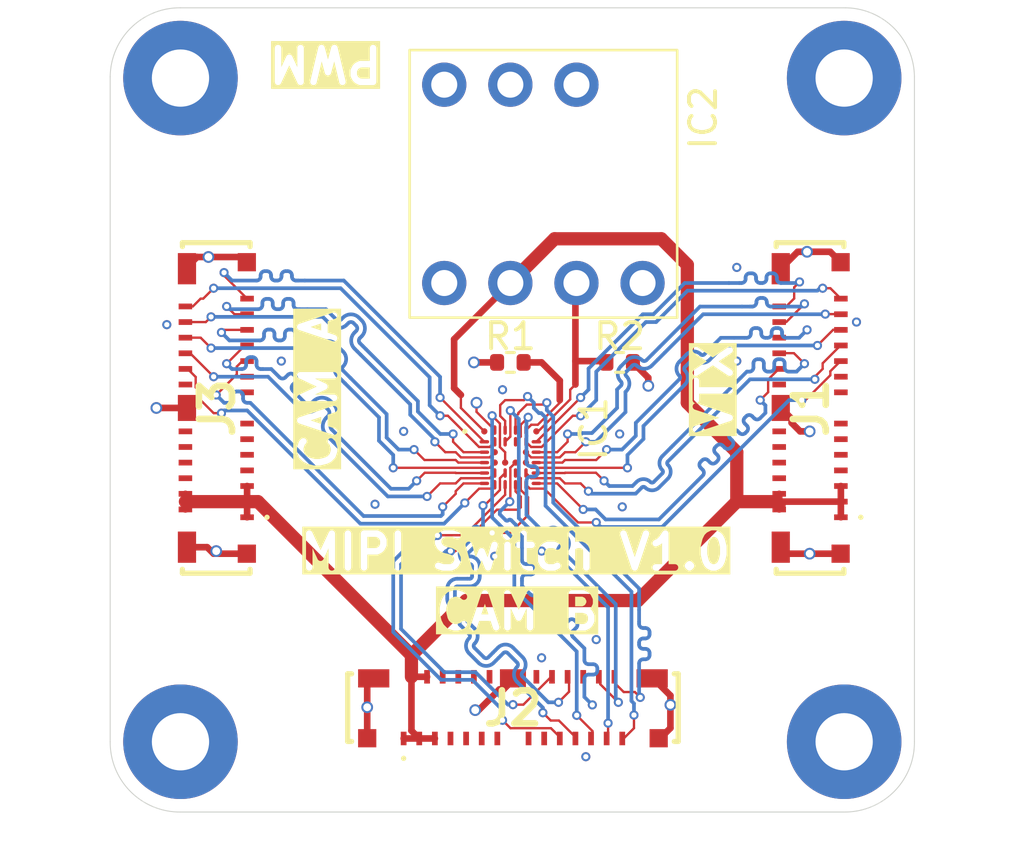
<source format=kicad_pcb>
(kicad_pcb (version 20240108) (generator "pcbnew") (generator_version "8.0")
  (layers (0 "F.Cu" signal "Front") (1 "In1.Cu" power) (2 "In2.Cu" power) (31 "B.Cu" signal "Back") (34 "B.Paste" user) (35 "F.Paste" user) (36 "B.SilkS" user "B.Silkscreen") (37 "F.SilkS" user "F.Silkscreen") (38 "B.Mask" user) (39 "F.Mask" user) (44 "Edge.Cuts" user))
  (net 0 "")
  (net 7 "GND")
  (net 11 "+3.3V")
  (net 36 "/CH_SEL")
  (net 37 "/CSI_IN_D0_P")
  (net 38 "/CSI_IN_CL_N")
  (net 39 "/CSI_IN_D0_N")
  (net 40 "/CSI_IN_CL_P")
  (net 41 "/CSI_IN_D1_N")
  (net 42 "/CSI_OUTB_D0_P")
  (net 43 "/CSI_OUTB_CL_P")
  (net 44 "/CSI_OUTB_D1_P")
  (net 45 "/CSI_OUTB_D1_N")
  (net 46 "/CSI_OUTB_D3_P")
  (net 47 "/CSI_OUTB_CL_N")
  (net 48 "/CSI_OUTB_D3_N")
  (net 49 "/CSI_OUTB_D2_P")
  (net 50 "/CSI_OUTB_D2_N")
  (net 51 "/CSI_OUTB_D0_N")
  (net 52 "/CSI_OUTA_D1_N")
  (net 53 "/CSI_OUTA_D0_N")
  (net 54 "/CSI_OUTA_D0_P")
  (net 55 "/CSI_OUTA_CL_N")
  (net 56 "/CSI_OUTA_CL_P")
  (net 57 "/CSI_IN_D2_N")
  (net 58 "/CSI_IN_D3_N")
  (net 59 "/CSI_IN_D2_P")
  (net 60 "/CSI_IN_D1_P")
  (net 61 "/CSI_IN_D3_P")
  (net 62 "/CSI_OUTA_D3_N")
  (net 63 "/CSI_OUTA_D2_P")
  (net 64 "/CSI_OUTA_D1_P")
  (net 65 "/CSI_OUTA_D2_N")
  (net 66 "/CSI_OUTA_D3_P")
  (net 67 "/OE")
  (net 68 "Net-(IC2-RC_IN)")
  (net 69 "Net-(IC2-VRC)")
  (net 70 "Net-(IC2-GND-Pad3)")
  (footprint "DF56C-26S-0.3V_51:DF56C26S03V51" (layer "F.Cu") (at 28.9 42.7 90)
    (property "Reference" "J3")
    (property "Value" "DF56C-26S-0.3V_51_" (hide yes))
  )
  (footprint "MountingHole:MountingHole_2.2mm_M2_Pad" (layer "F.Cu") (at 27.52574 30.02574)
    (property "Reference" "H1" (hide yes))
    (property "Value" "MountingHole_Pad")
  )
  (footprint "MountingHole:MountingHole_2.2mm_M2_Pad" (layer "F.Cu") (at 53.02574 55.52574)
    (property "Reference" "H4" (hide yes))
    (property "Value" "MountingHole_Pad")
  )
  (footprint "MountingHole:MountingHole_2.2mm_M2_Pad" (layer "F.Cu") (at 27.52574 55.52574)
    (property "Reference" "H3" (hide yes))
    (property "Value" "MountingHole_Pad")
  )
  (footprint "Resistor_SMD:R_0402_1005Metric" (layer "F.Cu") (at 44.4 40.95)
    (property "Reference" "R2")
    (property "Value" "50k")
  )
  (footprint "MountingHole:MountingHole_2.2mm_M2_Pad" (layer "F.Cu") (at 53.02574 30.02574)
    (property "Reference" "H2" (hide yes))
    (property "Value" "MountingHole_Pad")
  )
  (footprint "DF56C-26S-0.3V_51:DF56C26S03V51" (layer "F.Cu") (at 51.715 42.7 90)
    (property "Reference" "J1")
    (property "Value" "DF56C-26S-0.3V_51_" (hide yes))
  )
  (footprint "DF56C-26S-0.3V_51:DF56C26S03V51" (layer "F.Cu") (at 40.3 54.215)
    (property "Reference" "J2")
    (property "Value" "DF56C-26S-0.3V_51_" (hide yes))
  )
  (footprint "PI3WVR646GEEX:PI3WVR646GEEX_1" (layer "F.Cu") (at 40.2 44.6)
    (property "Reference" "IC1")
    (property "Value" "PI3WVR646GEEX" (hide yes))
  )
  (footprint "RCS01B:RCS01B_PinHeader_2x04_P2.54mm_Vertical" (layer "F.Cu") (at 45.28 30.28 -90)
    (property "Reference" "IC2")
    (property "Value" "~")
  )
  (footprint "Resistor_SMD:R_0402_1005Metric" (layer "F.Cu") (at 40.2 40.95)
    (property "Reference" "R1")
    (property "Value" "50k")
  )
  (gr_arc (start 27.527565 58.22572) (mid 25.609962 57.443001) (end 24.82574 55.526011) (stroke (width 0.0381)) (layer "Edge.Cuts"))
  (gr_arc (start 55.725692 55.524941) (mid 54.959115 57.425192) (end 53.072916 58.22572) (stroke (width 0.0381)) (layer "Edge.Cuts"))
  (gr_line (start 24.82574 55.526011) (end 24.82574 29.974351) (stroke (width 0.0381)) (layer "Edge.Cuts"))
  (gr_line (start 27.525656 27.32574) (end 53.076204 27.325806) (stroke (width 0.0381)) (layer "Edge.Cuts"))
  (gr_arc (start 53.076204 27.325806) (mid 54.942893 28.109965) (end 55.725692 29.977225) (stroke (width 0.0381)) (layer "Edge.Cuts"))
  (gr_arc (start 24.82574 29.974351) (mid 25.627152 28.090874) (end 27.525656 27.32574) (stroke (width 0.0381)) (layer "Edge.Cuts"))
  (gr_line (start 55.725692 55.524941) (end 55.725692 29.977225) (stroke (width 0.0381)) (layer "Edge.Cuts"))
  (gr_line (start 27.527565 58.22572) (end 53.072916 58.22572) (stroke (width 0.0381)) (layer "Edge.Cuts"))
  (gr_text "MIPI Switch V1.0" (at 32 49 0) (layer "F.SilkS" knockout) (effects (font (size 1.3 1.3) (thickness 0.25) (bold yes)) (justify left bottom)))
  (gr_text "VTX" (at 48.8 43.8 90) (layer "F.SilkS" knockout) (effects (font (size 1.3 1.3) (thickness 0.25) (bold yes)) (justify left bottom)))
  (gr_text "CAM B" (at 37.2 51.3 0) (layer "F.SilkS" knockout) (effects (font (size 1.3 1.3) (thickness 0.25) (bold yes)) (justify left bottom)))
  (gr_text "PWM" (at 35.4 28.7 180) (layer "F.SilkS" knockout) (effects (font (size 1.3 1.3) (thickness 0.25) (bold yes)) (justify left bottom)))
  (gr_text "CAM A" (at 33.6 45.2 90) (layer "F.SilkS" knockout) (effects (font (size 1.3 1.3) (thickness 0.25) (bold yes)) (justify left bottom)))
  (segment (start 29.875 36.9) (end 30.075 37.1) (width 0.254) (layer "F.Cu") (net 7))
  (segment (start 46.35 54.11) (end 46.35 53.75) (width 0.254) (layer "F.Cu") (net 7))
  (segment (start 29 48.3) (end 30.075 48.3) (width 0.254) (layer "F.Cu") (net 7))
  (segment (start 51.6 36.7) (end 51.24 36.7) (width 0.254) (layer "F.Cu") (net 7))
  (segment (start 27.775 42.7) (end 26.6 42.7) (width 0.254) (layer "F.Cu") (net 7))
  (segment (start 28.55 48.05) (end 28.8 48.3) (width 0.254) (layer "F.Cu") (net 7))
  (segment (start 27.775 48.05) (end 28.55 48.05) (width 0.254) (layer "F.Cu") (net 7))
  (segment (start 45.5 41.85) (end 45.5 41.54) (width 0.254) (layer "F.Cu") (net 7))
  (segment (start 28.6 36.9) (end 29.875 36.9) (width 0.254) (layer "F.Cu") (net 7))
  (segment (start 51.24 36.7) (end 50.59 37.35) (width 0.254) (layer "F.Cu") (net 7))
  (segment (start 46.35 55) (end 45.95 55.4) (width 0.254) (layer "F.Cu") (net 7))
  (segment (start 51.7 43.6) (end 51.334 43.6) (width 0.254) (layer "F.Cu") (net 7))
  (segment (start 51.7 48.3) (end 52.89 48.3) (width 0.254) (layer "F.Cu") (net 7))
  (segment (start 34.7 53.34) (end 34.95 53.09) (width 0.254) (layer "F.Cu") (net 7))
  (segment (start 28.8 48.3) (end 28.9 48.2) (width 0.254) (layer "F.Cu") (net 7))
  (segment (start 28.9 48.2) (end 29 48.3) (width 0.254) (layer "F.Cu") (net 7))
  (segment (start 38.9 42.85) (end 38.9 42.5) (width 0.09) (layer "F.Cu") (net 7))
  (segment (start 51.6 36.7) (end 52.49 36.7) (width 0.254) (layer "F.Cu") (net 7))
  (segment (start 46.35 54.11) (end 46.35 55) (width 0.254) (layer "F.Cu") (net 7))
  (segment (start 38.984 54.31) (end 39.777 53.517) (width 0.254) (layer "F.Cu") (net 7))
  (segment (start 52.49 36.7) (end 52.89 37.1) (width 0.254) (layer "F.Cu") (net 7))
  (segment (start 45.5 41.54) (end 44.91 40.95) (width 0.254) (layer "F.Cu") (net 7))
  (segment (start 39.933 53.517) (end 40.35 53.1) (width 0.254) (layer "F.Cu") (net 7))
  (segment (start 34.7 54.2) (end 34.7 53.34) (width 0.254) (layer "F.Cu") (net 7))
  (segment (start 38.8 40.95) (end 39.69 40.95) (width 0.254) (layer "F.Cu") (net 7))
  (segment (start 27.775 37.2875) (end 27.775 37.35) (width 0.254) (layer "F.Cu") (net 7))
  (segment (start 51.334 43.6) (end 51.007 43.273) (width 0.254) (layer "F.Cu") (net 7))
  (segment (start 51.007 43.273) (end 51.007 43.117) (width 0.254) (layer "F.Cu") (net 7))
  (segment (start 39.6 43.55) (end 38.9 42.85) (width 0.09) (layer "F.Cu") (net 7))
  (segment (start 50.84 48.3) (end 50.59 48.05) (width 0.254) (layer "F.Cu") (net 7))
  (segment (start 51.007 43.117) (end 50.59 42.7) (width 0.254) (layer "F.Cu") (net 7))
  (segment (start 39.777 53.517) (end 39.933 53.517) (width 0.254) (layer "F.Cu") (net 7))
  (segment (start 46.35 53.75) (end 45.7 53.1) (width 0.254) (layer "F.Cu") (net 7))
  (segment (start 51.7 48.3) (end 50.84 48.3) (width 0.254) (layer "F.Cu") (net 7))
  (segment (start 28.1625 36.9) (end 27.775 37.2875) (width 0.254) (layer "F.Cu") (net 7))
  (segment (start 34.7 55.39) (end 34.7 54.2) (width 0.254) (layer "F.Cu") (net 7))
  (segment (start 28.6 36.9) (end 28.1625 36.9) (width 0.254) (layer "F.Cu") (net 7))
  (via (at 53.5 39.4) (size 0.35) (drill 0.2) (layers "F.Cu" "B.Cu") (net 7))
  (via (at 31.4 40.9) (size 0.35) (drill 0.2) (layers "F.Cu" "B.Cu") (net 7))
  (via (at 51.7 43.6) (size 0.45) (drill 0.3) (layers "F.Cu" "B.Cu") (net 7))
  (via (at 44.4 43.7) (size 0.35) (drill 0.2) (layers "F.Cu" "B.Cu") (net 7))
  (via (at 43.5 51.6) (size 0.35) (drill 0.2) (layers "F.Cu" "B.Cu") (net 7))
  (via (at 35 46.4) (size 0.35) (drill 0.2) (layers "F.Cu" "B.Cu") (net 7))
  (via (at 51.6 36.7) (size 0.45) (drill 0.3) (layers "F.Cu" "B.Cu") (net 7))
  (via (at 41.4 48.2) (size 0.35) (drill 0.2) (layers "F.Cu" "B.Cu") (net 7))
  (via (at 28.6 36.9) (size 0.45) (drill 0.3) (layers "F.Cu" "B.Cu") (net 7))
  (via (at 44.5 46.5) (size 0.35) (drill 0.2) (layers "F.Cu" "B.Cu") (net 7))
  (via (at 38.9 42.5) (size 0.45) (drill 0.3) (layers "F.Cu" "B.Cu") (net 7))
  (via (at 48.9 37.3) (size 0.35) (drill 0.2) (layers "F.Cu" "B.Cu") (net 7))
  (via (at 39.6 48.4) (size 0.35) (drill 0.2) (layers "F.Cu" "B.Cu") (net 7))
  (via (at 34.7 54.2) (size 0.45) (drill 0.3) (layers "F.Cu" "B.Cu") (net 7))
  (via (at 48.9 40.9) (size 0.35) (drill 0.2) (layers "F.Cu" "B.Cu") (net 7))
  (via (at 51.7 48.3) (size 0.45) (drill 0.3) (layers "F.Cu" "B.Cu") (net 7))
  (via (at 28.9 48.2) (size 0.45) (drill 0.3) (layers "F.Cu" "B.Cu") (net 7))
  (via (at 26.6 42.7) (size 0.45) (drill 0.3) (layers "F.Cu" "B.Cu") (net 7))
  (via (at 39.9 42) (size 0.35) (drill 0.2) (layers "F.Cu" "B.Cu") (net 7))
  (via (at 36.1 43.6) (size 0.35) (drill 0.2) (layers "F.Cu" "B.Cu") (net 7))
  (via (at 27 39.5) (size 0.35) (drill 0.2) (layers "F.Cu" "B.Cu") (net 7))
  (via (at 46.35 54.11) (size 0.45) (drill 0.3) (layers "F.Cu" "B.Cu") (net 7))
  (via (at 41.4 52.3) (size 0.35) (drill 0.2) (layers "F.Cu" "B.Cu") (net 7))
  (via (at 45.5 41.85) (size 0.45) (drill 0.3) (layers "F.Cu" "B.Cu") (net 7))
  (via (at 38.8 40.95) (size 0.45) (drill 0.3) (layers "F.Cu" "B.Cu") (net 7))
  (via (at 38.85 54.31) (size 0.45) (drill 0.3) (layers "F.Cu" "B.Cu") (net 7))
  (via (at 43.1 56.1) (size 0.35) (drill 0.2) (layers "F.Cu" "B.Cu") (net 7))
  (segment (start 50.63 46.3) (end 50.53 46.4) (width 0.254) (layer "F.Cu") (net 11))
  (segment (start 38.5 50.1) (end 45.1 50.1) (width 0.508) (layer "F.Cu") (net 11))
  (segment (start 52.9 46.3) (end 50.63 46.3) (width 0.254) (layer "F.Cu") (net 11))
  (segment (start 48.9 44.4) (end 47 42.5) (width 0.508) (layer "F.Cu") (net 11))
  (segment (start 38.0401 41.9401) (end 38.0401 40.0599) (width 0.254) (layer "F.Cu") (net 11))
  (segment (start 46 36.2) (end 41.9 36.2) (width 0.508) (layer "F.Cu") (net 11))
  (segment (start 45.1 50.1) (end 48.9 46.3) (width 0.508) (layer "F.Cu") (net 11))
  (segment (start 36.4 55.1) (end 36.7 55.4) (width 0.254) (layer "F.Cu") (net 11))
  (segment (start 30.5 46.3) (end 30.085 46.3) (width 0.508) (layer "F.Cu") (net 11))
  (segment (start 50.43 46.3) (end 50.53 46.4) (width 0.508) (layer "F.Cu") (net 11))
  (segment (start 27.715 46) (end 27.715 46.3) (width 0.254) (layer "F.Cu") (net 11))
  (segment (start 38.3 42.2) (end 38.0401 41.9401) (width 0.254) (layer "F.Cu") (net 11))
  (segment (start 38.3 42.7) (end 39.2 43.6) (width 0.09) (layer "F.Cu") (net 11))
  (segment (start 36.4 53.03) (end 37 53.03) (width 0.254) (layer "F.Cu") (net 11))
  (segment (start 36.4 52.2) (end 38.5 50.1) (width 0.508) (layer "F.Cu") (net 11))
  (segment (start 47 37.2) (end 46 36.2) (width 0.508) (layer "F.Cu") (net 11))
  (segment (start 36.4 53.03) (end 36.4 52.2) (width 0.508) (layer "F.Cu") (net 11))
  (segment (start 52.9 45.7) (end 52.9 46.3) (width 0.254) (layer "F.Cu") (net 11))
  (segment (start 27.715 46.3) (end 27.715 46.6) (width 0.254) (layer "F.Cu") (net 11))
  (segment (start 30.085 46.3) (end 27.715 46.3) (width 0.508) (layer "F.Cu") (net 11))
  (segment (start 41.9 36.2) (end 40.2 37.9) (width 0.508) (layer "F.Cu") (net 11))
  (segment (start 38.3 42.2) (end 38.3 42.7) (width 0.09) (layer "F.Cu") (net 11))
  (segment (start 47 42.5) (end 47 37.2) (width 0.508) (layer "F.Cu") (net 11))
  (segment (start 30.085 45.7) (end 30.085 46.9) (width 0.254) (layer "F.Cu") (net 11))
  (segment (start 50.53 46.4) (end 50.53 46.6) (width 0.254) (layer "F.Cu") (net 11))
  (segment (start 50.53 46) (end 50.53 46.4) (width 0.254) (layer "F.Cu") (net 11))
  (segment (start 36.4 52.2) (end 30.5 46.3) (width 0.508) (layer "F.Cu") (net 11))
  (segment (start 48.9 46.3) (end 50.43 46.3) (width 0.508) (layer "F.Cu") (net 11))
  (segment (start 38.0401 40.0599) (end 40.2 37.9) (width 0.254) (layer "F.Cu") (net 11))
  (segment (start 48.9 46.3) (end 48.9 44.4) (width 0.508) (layer "F.Cu") (net 11))
  (segment (start 36.4 53.03) (end 36.4 55.1) (width 0.254) (layer "F.Cu") (net 11))
  (segment (start 52.9 46.9) (end 52.9 46.3) (width 0.254) (layer "F.Cu") (net 11))
  (segment (start 36.1 55.4) (end 37.3 55.4) (width 0.254) (layer "F.Cu") (net 11))
  (segment (start 41.270524 43.6) (end 41.2 43.6) (width 0.09) (layer "F.Cu") (net 36))
  (segment (start 42.7 41.8) (end 42.5 42) (width 0.09) (layer "F.Cu") (net 36))
  (segment (start 42.5 42) (end 42.5 42.370524) (width 0.09) (layer "F.Cu") (net 36))
  (segment (start 42.7 37.94) (end 42.74 37.9) (width 0.254) (layer "F.Cu") (net 36))
  (segment (start 42.7 40.9) (end 43.89 40.9) (width 0.254) (layer "F.Cu") (net 36))
  (segment (start 42.5 42.370524) (end 41.270524 43.6) (width 0.09) (layer "F.Cu") (net 36))
  (segment (start 42.7 41.8) (end 42.7 37.94) (width 0.254) (layer "F.Cu") (net 36))
  (segment (start 43.49 45.19) (end 42.31 45.19) (width 0.09) (layer "F.Cu") (net 37))
  (segment (start 51.095 40.595) (end 50.52 40.595) (width 0.09) (layer "F.Cu") (net 37))
  (segment (start 51.5 41) (end 51.095 40.595) (width 0.09) (layer "F.Cu") (net 37))
  (segment (start 42.3 45.2) (end 41.2 45.2) (width 0.09) (layer "F.Cu") (net 37))
  (segment (start 43.8 45.5) (end 43.49 45.19) (width 0.09) (layer "F.Cu") (net 37))
  (segment (start 42.31 45.19) (end 42.3 45.2) (width 0.09) (layer "F.Cu") (net 37))
  (via (at 51.5 41) (size 0.35) (drill 0.2) (layers "F.Cu" "B.Cu") (net 37))
  (via (at 43.8 45.5) (size 0.35) (drill 0.2) (layers "F.Cu" "B.Cu") (net 37))
  (segment (start 51.5 41) (end 51.1944 41.3056) (width 0.142) (layer "B.Cu") (net 37))
  (segment (start 49.38 41.3056) (end 49.3 41.3056) (width 0.142) (layer "B.Cu") (net 37))
  (segment (start 50.34 40.987444) (end 50.34 41.1456) (width 0.142) (layer "B.Cu") (net 37))
  (segment (start 49.54 40.98745) (end 49.54 41.1456) (width 0.142) (layer "B.Cu") (net 37))
  (segment (start 49.3 41.3056) (end 49.286226 41.3056) (width 0.142) (layer "B.Cu") (net 37))
  (segment (start 50.58 40.827444) (end 50.5 40.827444) (width 0.142) (layer "B.Cu") (net 37))
  (segment (start 49.286226 41.3056) (end 49.045913 41.545913) (width 0.142) (layer "B.Cu") (net 37))
  (segment (start 50.18 41.3056) (end 50.1 41.3056) (width 0.142) (layer "B.Cu") (net 37))
  (segment (start 51.1944 41.3056) (end 50.9 41.3056) (width 0.142) (layer "B.Cu") (net 37))
  (segment (start 50.74 41.1456) (end 50.74 40.987444) (width 0.142) (layer "B.Cu") (net 37))
  (segment (start 49.045913 41.545913) (end 46.445913 44.145913) (width 0.142) (layer "B.Cu") (net 37))
  (segment (start 45.706633 45.545913) (end 46.040953 45.211592) (width 0.142) (layer "B.Cu") (net 37))
  (segment (start 44 45.7) (end 44.891826 45.7) (width 0.142) (layer "B.Cu") (net 37))
  (segment (start 46.375273 44.216552) (end 46.445913 44.145913) (width 0.142) (layer "B.Cu") (net 37))
  (segment (start 49.78 40.82745) (end 49.7 40.82745) (width 0.142) (layer "B.Cu") (net 37))
  (segment (start 44.891826 45.7) (end 45.045913 45.545913) (width 0.142) (layer "B.Cu") (net 37))
  (segment (start 46.040953 44.550872) (end 46.375273 44.216552) (width 0.142) (layer "B.Cu") (net 37))
  (segment (start 49.94 41.1456) (end 49.94 40.98745) (width 0.142) (layer "B.Cu") (net 37))
  (segment (start 43.8 45.5) (end 44 45.7) (width 0.142) (layer "B.Cu") (net 37))
  (arc (start 49.94 40.98745) (mid 49.893137 40.874313) (end 49.78 40.82745) (width 0.142) (layer "B.Cu") (net 37))
  (arc (start 45.045913 45.545913) (mid 45.31518 45.434379) (end 45.584447 45.545913) (width 0.142) (layer "B.Cu") (net 37))
  (arc (start 50.74 40.987444) (mid 50.693137 40.874307) (end 50.58 40.827444) (width 0.142) (layer "B.Cu") (net 37))
  (arc (start 46.040953 45.211592) (mid 46.066259 45.150499) (end 46.040953 45.089406) (width 0.142) (layer "B.Cu") (net 37))
  (arc (start 49.54 41.1456) (mid 49.493137 41.258737) (end 49.38 41.3056) (width 0.142) (layer "B.Cu") (net 37))
  (arc (start 45.584447 45.545913) (mid 45.64554 45.571219) (end 45.706633 45.545913) (width 0.142) (layer "B.Cu") (net 37))
  (arc (start 49.7 40.82745) (mid 49.586863 40.874313) (end 49.54 40.98745) (width 0.142) (layer "B.Cu") (net 37))
  (arc (start 50.34 41.1456) (mid 50.293137 41.258737) (end 50.18 41.3056) (width 0.142) (layer "B.Cu") (net 37))
  (arc (start 50.5 40.827444) (mid 50.386863 40.874307) (end 50.34 40.987444) (width 0.142) (layer "B.Cu") (net 37))
  (arc (start 46.040953 45.089406) (mid 45.929419 44.820139) (end 46.040953 44.550872) (width 0.142) (layer "B.Cu") (net 37))
  (arc (start 50.1 41.3056) (mid 49.986863 41.258737) (end 49.94 41.1456) (width 0.142) (layer "B.Cu") (net 37))
  (arc (start 50.9 41.3056) (mid 50.786863 41.258737) (end 50.74 41.1456) (width 0.142) (layer "B.Cu") (net 37))
  (segment (start 52.495 41.443407) (end 52.495 41.29) (width 0.09) (layer "F.Cu") (net 38))
  (segment (start 43.5 47.1) (end 42.8 47.1) (width 0.09) (layer "F.Cu") (net 38))
  (segment (start 41.5 45.8) (end 40.95 45.8) (width 0.09) (layer "F.Cu") (net 38))
  (segment (start 52.89 40.92962) (end 52.89 40.895) (width 0.142) (layer "F.Cu") (net 38))
  (segment (start 40.95 45.8) (end 40.8 45.65) (width 0.09) (layer "F.Cu") (net 38))
  (segment (start 51.538407 42.4) (end 52.495 41.443407) (width 0.09) (layer "F.Cu") (net 38))
  (segment (start 51.4 42.4) (end 51.538407 42.4) (width 0.09) (layer "F.Cu") (net 38))
  (segment (start 52.495 41.29) (end 52.89 40.895) (width 0.09) (layer "F.Cu") (net 38))
  (segment (start 52.808 40.9) (end 52.9 40.9) (width 0.142) (layer "F.Cu") (net 38))
  (segment (start 42.8 47.1) (end 41.5 45.8) (width 0.09) (layer "F.Cu") (net 38))
  (segment (start 52.8956 40.9006) (end 52.89 40.895) (width 0.142) (layer "F.Cu") (net 38))
  (via (at 51.4 42.4) (size 0.35) (drill 0.2) (layers "F.Cu" "B.Cu") (net 38))
  (via (at 43.5 47.1) (size 0.35) (drill 0.2) (layers "F.Cu" "B.Cu") (net 38))
  (segment (start 46.034715 47.273459) (end 43.673459 47.273459) (width 0.142) (layer "B.Cu") (net 38))
  (segment (start 50.908174 42.4) (end 46.034715 47.273459) (width 0.142) (layer "B.Cu") (net 38))
  (segment (start 43.673459 47.273459) (end 43.5 47.1) (width 0.142) (layer "B.Cu") (net 38))
  (segment (start 51.4 42.4) (end 50.908174 42.4) (width 0.142) (layer "B.Cu") (net 38))
  (segment (start 51.9 41.6) (end 51.9 41.5) (width 0.09) (layer "F.Cu") (net 39))
  (segment (start 42.3 45.6) (end 42.1 45.4) (width 0.09) (layer "F.Cu") (net 39))
  (segment (start 52.2 41.2) (end 52.2 40.985) (width 0.09) (layer "F.Cu") (net 39))
  (segment (start 40.8 45.202843) (end 40.8 45.2) (width 0.09) (layer "F.Cu") (net 39))
  (segment (start 52.8956 40.3006) (end 52.89 40.295) (width 0.142) (layer "F.Cu") (net 39))
  (segment (start 42.9 45.6) (end 42.3 45.6) (width 0.09) (layer "F.Cu") (net 39))
  (segment (start 51.9 41.5) (end 52.2 41.2) (width 0.09) (layer "F.Cu") (net 39))
  (segment (start 40.997157 45.4) (end 40.8 45.202843) (width 0.09) (layer "F.Cu") (net 39))
  (segment (start 42.1 45.4) (end 40.997157 45.4) (width 0.09) (layer "F.Cu") (net 39))
  (segment (start 43.2 45.9) (end 42.9 45.6) (width 0.09) (layer "F.Cu") (net 39))
  (segment (start 40.8 45.2) (end 40.8 45.202843) (width 0.09) (layer "F.Cu") (net 39))
  (segment (start 52.2 40.985) (end 52.89 40.295) (width 0.09) (layer "F.Cu") (net 39))
  (via (at 51.9 41.6) (size 0.35) (drill 0.2) (layers "F.Cu" "B.Cu") (net 39))
  (via (at 43.2 45.9) (size 0.35) (drill 0.2) (layers "F.Cu" "B.Cu") (net 39))
  (segment (start 45.013774 45.9944) (end 45.254087 45.754087) (width 0.142) (layer "B.Cu") (net 39))
  (segment (start 45.914806 45.754086) (end 46.249126 45.419765) (width 0.142) (layer "B.Cu") (net 39))
  (segment (start 46.583447 44.424726) (end 46.654087 44.354087) (width 0.142) (layer "B.Cu") (net 39))
  (segment (start 46.654087 44.354087) (end 49.408174 41.6) (width 0.142) (layer "B.Cu") (net 39))
  (segment (start 43.2944 45.9944) (end 45.013774 45.9944) (width 0.142) (layer "B.Cu") (net 39))
  (segment (start 46.249126 44.759044) (end 46.583447 44.424726) (width 0.142) (layer "B.Cu") (net 39))
  (segment (start 49.408174 41.6) (end 51.9 41.6) (width 0.142) (layer "B.Cu") (net 39))
  (segment (start 45.254087 45.754087) (end 45.254086 45.754086) (width 0.142) (layer "B.Cu") (net 39))
  (segment (start 43.2 45.9) (end 43.2944 45.9944) (width 0.142) (layer "B.Cu") (net 39))
  (arc (start 45.254086 45.754086) (mid 45.315179 45.72878) (end 45.376273 45.754086) (width 0.142) (layer "B.Cu") (net 39))
  (arc (start 45.376273 45.754086) (mid 45.64554 45.865619) (end 45.914806 45.754086) (width 0.142) (layer "B.Cu") (net 39))
  (arc (start 46.249126 44.881231) (mid 46.22382 44.820138) (end 46.249126 44.759044) (width 0.142) (layer "B.Cu") (net 39))
  (arc (start 46.249126 45.419765) (mid 46.36066 45.150498) (end 46.249126 44.881231) (width 0.142) (layer "B.Cu") (net 39))
  (segment (start 43 46.6) (end 42 45.6) (width 0.09) (layer "F.Cu") (net 40))
  (segment (start 49.8 42.4) (end 50.105 42.095) (width 0.09) (layer "F.Cu") (net 40))
  (segment (start 50.105 41.61) (end 50.52 41.195) (width 0.09) (layer "F.Cu") (net 40))
  (segment (start 50.105 42.095) (end 50.105 41.61) (width 0.09) (layer "F.Cu") (net 40))
  (segment (start 42 45.6) (end 41.2 45.6) (width 0.09) (layer "F.Cu") (net 40))
  (via (at 49.8 42.4) (size 0.35) (drill 0.2) (layers "F.Cu" "B.Cu") (net 40))
  (via (at 43 46.6) (size 0.35) (drill 0.2) (layers "F.Cu" "B.Cu") (net 40))
  (segment (start 48.642719 43.866051) (end 48.721108 43.94444) (width 0.142) (layer "B.Cu") (net 40))
  (segment (start 43.475176 46.6) (end 43 46.6) (width 0.142) (layer "B.Cu") (net 40))
  (segment (start 49.265005 43.017554) (end 49.208436 43.074122) (width 0.142) (layer "B.Cu") (net 40))
  (segment (start 48.664541 44.227284) (end 48.664541 44.227285) (width 0.142) (layer "B.Cu") (net 40))
  (segment (start 50 42.6) (end 50 42.891826) (width 0.142) (layer "B.Cu") (net 40))
  (segment (start 48.077033 44.431737) (end 48.155422 44.510126) (width 0.142) (layer "B.Cu") (net 40))
  (segment (start 49.230227 43.661598) (end 49.230227 43.661599) (width 0.142) (layer "B.Cu") (net 40))
  (segment (start 47.395913 45.495913) (end 45.907724 46.984102) (width 0.142) (layer "B.Cu") (net 40))
  (segment (start 49.286794 43.605028) (end 49.230227 43.661598) (width 0.142) (layer "B.Cu") (net 40))
  (segment (start 50 42.891826) (end 49.795913 43.095913) (width 0.142) (layer "B.Cu") (net 40))
  (segment (start 48.098855 44.79297) (end 48.098855 44.792971) (width 0.142) (layer "B.Cu") (net 40))
  (segment (start 43.859278 46.984102) (end 43.475176 46.6) (width 0.142) (layer "B.Cu") (net 40))
  (segment (start 47.511347 44.997423) (end 47.589736 45.075812) (width 0.142) (layer "B.Cu") (net 40))
  (segment (start 47.533169 45.358656) (end 47.395913 45.495913) (width 0.142) (layer "B.Cu") (net 40))
  (segment (start 45.907724 46.984102) (end 43.859278 46.984102) (width 0.142) (layer "B.Cu") (net 40))
  (segment (start 47.589736 45.302086) (end 47.533169 45.358656) (width 0.142) (layer "B.Cu") (net 40))
  (segment (start 49.003952 43.661599) (end 48.925562 43.583209) (width 0.142) (layer "B.Cu") (net 40))
  (segment (start 48.133602 44.148895) (end 48.077033 44.205463) (width 0.142) (layer "B.Cu") (net 40))
  (segment (start 49.8 42.4) (end 50 42.6) (width 0.142) (layer "B.Cu") (net 40))
  (segment (start 48.438266 44.227285) (end 48.359876 44.148895) (width 0.142) (layer "B.Cu") (net 40))
  (segment (start 47.87258 44.792971) (end 47.79419 44.714581) (width 0.142) (layer "B.Cu") (net 40))
  (segment (start 49.569638 43.095913) (end 49.491279 43.017554) (width 0.142) (layer "B.Cu") (net 40))
  (segment (start 49.208436 43.300396) (end 49.286794 43.378754) (width 0.142) (layer "B.Cu") (net 40))
  (segment (start 48.699288 43.583209) (end 48.642719 43.639777) (width 0.142) (layer "B.Cu") (net 40))
  (segment (start 48.155422 44.7364) (end 48.098855 44.79297) (width 0.142) (layer "B.Cu") (net 40))
  (segment (start 48.721108 44.170714) (end 48.664541 44.227284) (width 0.142) (layer "B.Cu") (net 40))
  (segment (start 47.567916 44.714581) (end 47.511347 44.771149) (width 0.142) (layer "B.Cu") (net 40))
  (arc (start 48.155422 44.510126) (mid 48.202285 44.623263) (end 48.155422 44.7364) (width 0.142) (layer "B.Cu") (net 40))
  (arc (start 48.925562 43.583209) (mid 48.812425 43.536346) (end 48.699288 43.583209) (width 0.142) (layer "B.Cu") (net 40))
  (arc (start 49.208436 43.074122) (mid 49.161573 43.187259) (end 49.208436 43.300396) (width 0.142) (layer "B.Cu") (net 40))
  (arc (start 48.077033 44.205463) (mid 48.03017 44.3186) (end 48.077033 44.431737) (width 0.142) (layer "B.Cu") (net 40))
  (arc (start 47.79419 44.714581) (mid 47.681053 44.667718) (end 47.567916 44.714581) (width 0.142) (layer "B.Cu") (net 40))
  (arc (start 48.098855 44.792971) (mid 47.985717 44.839834) (end 47.87258 44.792971) (width 0.142) (layer "B.Cu") (net 40))
  (arc (start 49.230227 43.661599) (mid 49.117089 43.708462) (end 49.003952 43.661599) (width 0.142) (layer "B.Cu") (net 40))
  (arc (start 49.795913 43.095913) (mid 49.682775 43.142776) (end 49.569638 43.095913) (width 0.142) (layer "B.Cu") (net 40))
  (arc (start 49.491279 43.017554) (mid 49.378142 42.970691) (end 49.265005 43.017554) (width 0.142) (layer "B.Cu") (net 40))
  (arc (start 48.642719 43.639777) (mid 48.595856 43.752914) (end 48.642719 43.866051) (width 0.142) (layer "B.Cu") (net 40))
  (arc (start 48.721108 43.94444) (mid 48.767971 44.057577) (end 48.721108 44.170714) (width 0.142) (layer "B.Cu") (net 40))
  (arc (start 47.589736 45.075812) (mid 47.636599 45.188949) (end 47.589736 45.302086) (width 0.142) (layer "B.Cu") (net 40))
  (arc (start 48.359876 44.148895) (mid 48.246739 44.102032) (end 48.133602 44.148895) (width 0.142) (layer "B.Cu") (net 40))
  (arc (start 48.664541 44.227285) (mid 48.551403 44.274148) (end 48.438266 44.227285) (width 0.142) (layer "B.Cu") (net 40))
  (arc (start 47.511347 44.771149) (mid 47.464484 44.884286) (end 47.511347 44.997423) (width 0.142) (layer "B.Cu") (net 40))
  (arc (start 49.286794 43.378754) (mid 49.333657 43.491891) (end 49.286794 43.605028) (width 0.142) (layer "B.Cu") (net 40))
  (segment (start 52.8956 39.7006) (end 52.89 39.695) (width 0.142) (layer "F.Cu") (net 41))
  (segment (start 41 45) (end 44.7 45) (width 0.09) (layer "F.Cu") (net 41))
  (segment (start 40.802843 44.802843) (end 41 45) (width 0.09) (layer "F.Cu") (net 41))
  (segment (start 52.605 39.695) (end 52.89 39.695) (width 0.09) (layer "F.Cu") (net 41))
  (segment (start 52.808 39.7) (end 52.9 39.7) (width 0.142) (layer "F.Cu") (net 41))
  (segment (start 52 40.3) (end 52.605 39.695) (width 0.09) (layer "F.Cu") (net 41))
  (segment (start 40.8 44.8) (end 40.8 44.802843) (width 0.09) (layer "F.Cu") (net 41))
  (via (at 52 40.3) (size 0.35) (drill 0.2) (layers "F.Cu" "B.Cu") (net 41))
  (via (at 44.7 45) (size 0.35) (drill 0.2) (layers "F.Cu" "B.Cu") (net 41))
  (segment (start 48.134454 40.573721) (end 48.269917 40.438257) (width 0.142) (layer "B.Cu") (net 41))
  (segment (start 48.408174 40.3) (end 52 40.3) (width 0.142) (layer "B.Cu") (net 41))
  (segment (start 47.856704 40.851473) (end 48.134454 40.573721) (width 0.142) (layer "B.Cu") (net 41))
  (segment (start 46.904087 41.129225) (end 47.18184 40.851473) (width 0.142) (layer "B.Cu") (net 41))
  (segment (start 44.7 45) (end 44.7 44.508173) (width 0.142) (layer "B.Cu") (net 41))
  (segment (start 44.7 44.508173) (end 45.314457 43.893716) (width 0.142) (layer "B.Cu") (net 41))
  (segment (start 45.314457 43.393717) (end 46.904087 41.804087) (width 0.142) (layer "B.Cu") (net 41))
  (segment (start 45.314457 43.893716) (end 45.314457 43.393717) (width 0.142) (layer "B.Cu") (net 41))
  (segment (start 48.269917 40.438257) (end 48.408174 40.3) (width 0.142) (layer "B.Cu") (net 41))
  (arc (start 46.904087 41.804087) (mid 47.017085 41.531285) (end 46.904088 41.258481) (width 0.142) (layer "B.Cu") (net 41))
  (arc (start 47.18184 40.851473) (mid 47.246468 40.824704) (end 47.311098 40.851473) (width 0.142) (layer "B.Cu") (net 41))
  (arc (start 47.311098 40.851473) (mid 47.583901 40.964472) (end 47.856704 40.851473) (width 0.142) (layer "B.Cu") (net 41))
  (arc (start 46.904088 41.258481) (mid 46.877317 41.193853) (end 46.904087 41.129225) (width 0.142) (layer "B.Cu") (net 41))
  (segment (start 28.8 41.5) (end 27.9 40.6) (width 0.09) (layer "F.Cu") (net 42))
  (segment (start 37.5 45.6) (end 38.1 45.6) (width 0.09) (layer "F.Cu") (net 42))
  (segment (start 38.1 45.6) (end 38.3 45.4) (width 0.09) (layer "F.Cu") (net 42))
  (segment (start 27.9 40.6) (end 27.715 40.6) (width 0.09) (layer "F.Cu") (net 42))
  (segment (start 39.402843 45.4) (end 39.6 45.202843) (width 0.09) (layer "F.Cu") (net 42))
  (segment (start 39.6 45.202843) (end 39.6 45.2) (width 0.09) (layer "F.Cu") (net 42))
  (segment (start 38.3 45.4) (end 39.402843 45.4) (width 0.09) (layer "F.Cu") (net 42))
  (segment (start 37 46.1) (end 37.5 45.6) (width 0.09) (layer "F.Cu") (net 42))
  (via (at 28.8 41.5) (size 0.35) (drill 0.2) (layers "F.Cu" "B.Cu") (net 42))
  (via (at 37 46.1) (size 0.35) (drill 0.2) (layers "F.Cu" "B.Cu") (net 42))
  (segment (start 33.085159 42.650772) (end 33.198296 42.763909) (width 0.142) (layer "B.Cu") (net 42))
  (segment (start 32.772053 42.719504) (end 32.840783 42.650771) (width 0.142) (layer "B.Cu") (net 42))
  (segment (start 33.129563 43.737735) (end 33.242702 43.850875) (width 0.142) (layer "B.Cu") (net 42))
  (segment (start 28.8 41.5) (end 30.891826 41.5) (width 0.142) (layer "B.Cu") (net 42))
  (segment (start 33.198296 43.008283) (end 33.129563 43.077013) (width 0.142) (layer "B.Cu") (net 42))
  (segment (start 30.891826 41.5) (end 32.11133 42.719504) (width 0.142) (layer "B.Cu") (net 42))
  (segment (start 32.11133 42.719504) (end 32.111329 42.719502) (width 0.142) (layer "B.Cu") (net 42))
  (segment (start 33.242702 43.850875) (end 33.403354 44.011528) (width 0.142) (layer "B.Cu") (net 42))
  (segment (start 33.403354 44.011528) (end 35.491826 46.1) (width 0.142) (layer "B.Cu") (net 42))
  (segment (start 35.491826 46.1) (end 37 46.1) (width 0.142) (layer "B.Cu") (net 42))
  (arc (start 32.840783 42.650771) (mid 32.962971 42.60016) (end 33.085159 42.650772) (width 0.142) (layer "B.Cu") (net 42))
  (arc (start 33.129563 43.077013) (mid 32.992724 43.407375) (end 33.129563 43.737735) (width 0.142) (layer "B.Cu") (net 42))
  (arc (start 33.198296 42.763909) (mid 33.248907 42.886095) (end 33.198296 43.008283) (width 0.142) (layer "B.Cu") (net 42))
  (arc (start 32.111329 42.719502) (mid 32.441691 42.856343) (end 32.772053 42.719504) (width 0.142) (layer "B.Cu") (net 42))
  (segment (start 39.45 45.8) (end 39.6 45.65) (width 0.09) (layer "F.Cu") (net 43))
  (segment (start 28.26 42.36) (end 28.26 42.06) (width 0.09) (layer "F.Cu") (net 43))
  (segment (start 28.11 41.91) (end 28.11 41.51) (width 0.09) (layer "F.Cu") (net 43))
  (segment (start 39 45.8) (end 39.45 45.8) (width 0.09) (layer "F.Cu") (net 43))
  (segment (start 28.11 41.51) (end 27.8 41.2) (width 0.09) (layer "F.Cu") (net 43))
  (segment (start 28.8 42.9) (end 28.26 42.36) (width 0.09) (layer "F.Cu") (net 43))
  (segment (start 38.45 46.35) (end 39 45.8) (width 0.09) (layer "F.Cu") (net 43))
  (segment (start 29.1 42.9) (end 28.8 42.9) (width 0.09) (layer "F.Cu") (net 43))
  (segment (start 27.8 41.2) (end 27.715 41.2) (width 0.09) (layer "F.Cu") (net 43))
  (segment (start 28.26 42.06) (end 28.11 41.91) (width 0.09) (layer "F.Cu") (net 43))
  (via (at 29.1 42.9) (size 0.35) (drill 0.2) (layers "F.Cu" "B.Cu") (net 43))
  (via (at 38.45 46.35) (size 0.35) (drill 0.2) (layers "F.Cu" "B.Cu") (net 43))
  (segment (start 38.45 46.35) (end 37.6528 47.1472) (width 0.142) (layer "B.Cu") (net 43))
  (segment (start 29.202799 42.797201) (end 29.1 42.9) (width 0.142) (layer "B.Cu") (net 43))
  (segment (start 30.089027 42.797201) (end 29.202799 42.797201) (width 0.142) (layer "B.Cu") (net 43))
  (segment (start 34.439026 47.1472) (end 30.089027 42.797201) (width 0.142) (layer "B.Cu") (net 43))
  (segment (start 37.6528 47.1472) (end 34.439026 47.1472) (width 0.142) (layer "B.Cu") (net 43))
  (segment (start 39.4 45) (end 35.7 45) (width 0.09) (layer "F.Cu") (net 44))
  (segment (start 28.7 40.4) (end 28.3 40) (width 0.09) (layer "F.Cu") (net 44))
  (segment (start 39.597157 44.802843) (end 39.4 45) (width 0.09) (layer "F.Cu") (net 44))
  (segment (start 28.3 40) (end 27.715 40) (width 0.09) (layer "F.Cu") (net 44))
  (via (at 28.7 40.4) (size 0.35) (drill 0.2) (layers "F.Cu" "B.Cu") (net 44))
  (via (at 35.7 45) (size 0.35) (drill 0.2) (layers "F.Cu" "B.Cu") (net 44))
  (segment (start 35.7 44.508173) (end 35.7 45) (width 0.142) (layer "B.Cu") (net 44))
  (segment (start 33.56458 41.472754) (end 33.849404 41.757578) (width 0.142) (layer "B.Cu") (net 44))
  (segment (start 33.853315 41.761489) (end 35.1528 43.060974) (width 0.142) (layer "B.Cu") (net 44))
  (segment (start 35.1528 43.960973) (end 35.7 44.508173) (width 0.142) (layer "B.Cu") (net 44))
  (segment (start 33.279759 40.456502) (end 33.564581 40.741324) (width 0.142) (layer "B.Cu") (net 44))
  (segment (start 32.548328 40.456502) (end 32.548327 40.4565) (width 0.142) (layer "B.Cu") (net 44))
  (segment (start 33.849404 41.757578) (end 33.853315 41.761489) (width 0.142) (layer "B.Cu") (net 44))
  (segment (start 28.7 40.4) (end 32.491826 40.4) (width 0.142) (layer "B.Cu") (net 44))
  (segment (start 32.491826 40.4) (end 32.548328 40.456502) (width 0.142) (layer "B.Cu") (net 44))
  (segment (start 35.1528 43.060974) (end 35.1528 43.960973) (width 0.142) (layer "B.Cu") (net 44))
  (arc (start 33.564581 40.741324) (mid 33.597208 40.820094) (end 33.564581 40.898866) (width 0.142) (layer "B.Cu") (net 44))
  (arc (start 32.548327 40.4565) (mid 32.835273 40.575357) (end 33.122217 40.456501) (width 0.142) (layer "B.Cu") (net 44))
  (arc (start 33.564581 40.898866) (mid 33.445725 41.18581) (end 33.56458 41.472754) (width 0.142) (layer "B.Cu") (net 44))
  (arc (start 33.122217 40.456501) (mid 33.200987 40.423873) (end 33.279759 40.456502) (width 0.142) (layer "B.Cu") (net 44))
  (segment (start 38.1 44.7) (end 36.9 44.7) (width 0.09) (layer "F.Cu") (net 45))
  (segment (start 38.2 44.8) (end 38.1 44.7) (width 0.09) (layer "F.Cu") (net 45))
  (segment (start 29.1 39.8) (end 29.2 39.7) (width 0.09) (layer "F.Cu") (net 45))
  (segment (start 39.2 44.8) (end 38.2 44.8) (width 0.09) (layer "F.Cu") (net 45))
  (segment (start 29.2 39.7) (end 30.085 39.7) (width 0.09) (layer "F.Cu") (net 45))
  (segment (start 36.9 44.7) (end 36.5 44.3) (width 0.09) (layer "F.Cu") (net 45))
  (segment (start 30.0906 39.7056) (end 30.085 39.7) (width 0.142) (layer "F.Cu") (net 45))
  (via (at 29.1 39.8) (size 0.35) (drill 0.2) (layers "F.Cu" "B.Cu") (net 45))
  (via (at 36.5 44.3) (size 0.35) (drill 0.2) (layers "F.Cu" "B.Cu") (net 45))
  (segment (start 35.4472 42.939026) (end 35.4472 43.839027) (width 0.142) (layer "B.Cu") (net 45))
  (segment (start 32.756502 40.248328) (end 32.7565 40.248327) (width 0.142) (layer "B.Cu") (net 45))
  (segment (start 29.4056 40.1056) (end 30.575781 40.1056) (width 0.142) (layer "B.Cu") (net 45))
  (segment (start 30.895781 39.688872) (end 30.975781 39.688872) (width 0.142) (layer "B.Cu") (net 45))
  (segment (start 34.061489 41.553315) (end 35.4472 42.939026) (width 0.142) (layer "B.Cu") (net 45))
  (segment (start 31.535781 39.9456) (end 31.535781 39.848893) (width 0.142) (layer "B.Cu") (net 45))
  (segment (start 30.735781 39.9456) (end 30.735781 39.848872) (width 0.142) (layer "B.Cu") (net 45))
  (segment (start 32.175781 40.1056) (end 32.2 40.1056) (width 0.142) (layer "B.Cu") (net 45))
  (segment (start 32.2 40.1056) (end 32.613774 40.1056) (width 0.142) (layer "B.Cu") (net 45))
  (segment (start 35.908173 44.3) (end 36.5 44.3) (width 0.142) (layer "B.Cu") (net 45))
  (segment (start 31.695781 39.688893) (end 31.775781 39.688893) (width 0.142) (layer "B.Cu") (net 45))
  (segment (start 31.135781 39.848872) (end 31.135781 39.9456) (width 0.142) (layer "B.Cu") (net 45))
  (segment (start 33.487932 40.248328) (end 33.772754 40.53315) (width 0.142) (layer "B.Cu") (net 45))
  (segment (start 31.935781 39.848893) (end 31.935781 39.9456) (width 0.142) (layer "B.Cu") (net 45))
  (segment (start 29.1 39.8) (end 29.4056 40.1056) (width 0.142) (layer "B.Cu") (net 45))
  (segment (start 33.772754 41.26458) (end 34.057578 41.549404) (width 0.142) (layer "B.Cu") (net 45))
  (segment (start 32.095781 40.1056) (end 32.175781 40.1056) (width 0.142) (layer "B.Cu") (net 45))
  (segment (start 32.613774 40.1056) (end 32.756502 40.248328) (width 0.142) (layer "B.Cu") (net 45))
  (segment (start 35.4472 43.839027) (end 35.908173 44.3) (width 0.142) (layer "B.Cu") (net 45))
  (segment (start 34.057578 41.549404) (end 34.061489 41.553315) (width 0.142) (layer "B.Cu") (net 45))
  (segment (start 31.295781 40.1056) (end 31.375781 40.1056) (width 0.142) (layer "B.Cu") (net 45))
  (arc (start 32.7565 40.248327) (mid 32.835272 40.280956) (end 32.914044 40.248329) (width 0.142) (layer "B.Cu") (net 45))
  (arc (start 31.935781 39.9456) (mid 31.982644 40.058737) (end 32.095781 40.1056) (width 0.142) (layer "B.Cu") (net 45))
  (arc (start 31.375781 40.1056) (mid 31.488918 40.058737) (end 31.535781 39.9456) (width 0.142) (layer "B.Cu") (net 45))
  (arc (start 31.535781 39.848893) (mid 31.582644 39.735756) (end 31.695781 39.688893) (width 0.142) (layer "B.Cu") (net 45))
  (arc (start 30.975781 39.688872) (mid 31.088918 39.735735) (end 31.135781 39.848872) (width 0.142) (layer "B.Cu") (net 45))
  (arc (start 32.914044 40.248329) (mid 33.200988 40.129473) (end 33.487932 40.248328) (width 0.142) (layer "B.Cu") (net 45))
  (arc (start 33.772754 40.53315) (mid 33.891611 40.820096) (end 33.772755 41.10704) (width 0.142) (layer "B.Cu") (net 45))
  (arc (start 30.735781 39.848872) (mid 30.782644 39.735735) (end 30.895781 39.688872) (width 0.142) (layer "B.Cu") (net 45))
  (arc (start 31.135781 39.9456) (mid 31.182644 40.058737) (end 31.295781 40.1056) (width 0.142) (layer "B.Cu") (net 45))
  (arc (start 31.775781 39.688893) (mid 31.888918 39.735756) (end 31.935781 39.848893) (width 0.142) (layer "B.Cu") (net 45))
  (arc (start 30.575781 40.1056) (mid 30.688918 40.058737) (end 30.735781 39.9456) (width 0.142) (layer "B.Cu") (net 45))
  (arc (start 33.772755 41.10704) (mid 33.740127 41.18581) (end 33.772754 41.26458) (width 0.142) (layer "B.Cu") (net 45))
  (segment (start 28.4 38.5) (end 28.3 38.5) (width 0.09) (layer "F.Cu") (net 46))
  (segment (start 28.8 38.1) (end 28.4 38.5) (width 0.09) (layer "F.Cu") (net 46))
  (segment (start 38.88 44.08) (end 38.88 44.082843) (width 0.09) (layer "F.Cu") (net 46))
  (segment (start 39.6 44.002843) (end 39.6 44) (width 0.09) (layer "F.Cu") (net 46))
  (segment (start 38.88 44.082843) (end 38.997157 44.2) (width 0.09) (layer "F.Cu") (net 46))
  (segment (start 38.997157 44.2) (end 39.402843 44.2) (width 0.09) (layer "F.Cu") (net 46))
  (segment (start 39.402843 44.2) (end 39.6 44.002843) (width 0.09) (layer "F.Cu") (net 46))
  (segment (start 37.8 43) (end 38.88 44.08) (width 0.09) (layer "F.Cu") (net 46))
  (segment (start 28 38.8) (end 27.715 38.8) (width 0.09) (layer "F.Cu") (net 46))
  (segment (start 28.3 38.5) (end 28 38.8) (width 0.09) (layer "F.Cu") (net 46))
  (segment (start 37.5 43) (end 37.8 43) (width 0.09) (layer "F.Cu") (net 46))
  (via (at 37.5 43) (size 0.35) (drill 0.2) (layers "F.Cu" "B.Cu") (net 46))
  (via (at 28.8 38.1) (size 0.35) (drill 0.2) (layers "F.Cu" "B.Cu") (net 46))
  (segment (start 28.8 38.1) (end 33.678052 38.1) (width 0.142) (layer "B.Cu") (net 46))
  (segment (start 37.1 42.6) (end 37.5 43) (width 0.142) (layer "B.Cu") (net 46))
  (segment (start 37.1 41.521948) (end 37.1 42.6) (width 0.142) (layer "B.Cu") (net 46))
  (segment (start 33.678052 38.1) (end 37.1 41.521948) (width 0.142) (layer "B.Cu") (net 46))
  (segment (start 29.69 41.41) (end 29.69 41.11) (width 0.09) (layer "F.Cu") (net 47))
  (segment (start 30.0906 40.9056) (end 30.085 40.9) (width 0.142) (layer "F.Cu") (net 47))
  (segment (start 38.4 45.6) (end 39.2 45.6) (width 0.09) (layer "F.Cu") (net 47))
  (segment (start 30.085 40.93462) (end 30.085 40.9) (width 0.142) (layer "F.Cu") (net 47))
  (segment (start 28.9 42.2) (end 29.69 41.41) (width 0.09) (layer "F.Cu") (net 47))
  (segment (start 37.6 46.5) (end 38.1 46) (width 0.09) (layer "F.Cu") (net 47))
  (segment (start 38.1 46) (end 38.1 45.9) (width 0.09) (layer "F.Cu") (net 47))
  (segment (start 29.69 41.11) (end 29.9 40.9) (width 0.09) (layer "F.Cu") (net 47))
  (segment (start 38.1 45.9) (end 38.4 45.6) (width 0.09) (layer "F.Cu") (net 47))
  (segment (start 29.9 40.9) (end 30.085 40.9) (width 0.09) (layer "F.Cu") (net 47))
  (via (at 28.9 42.2) (size 0.35) (drill 0.2) (layers "F.Cu" "B.Cu") (net 47))
  (via (at 37.6 46.5) (size 0.35) (drill 0.2) (layers "F.Cu" "B.Cu") (net 47))
  (segment (start 29.93018 42.226759) (end 29.93018 42.342799) (width 0.142) (layer "B.Cu") (net 47))
  (segment (start 29.69018 42.066759) (end 29.77018 42.066759) (width 0.142) (layer "B.Cu") (net 47))
  (segment (start 31.753166 44.044992) (end 34.560974 46.8528) (width 0.142) (layer "B.Cu") (net 47))
  (segment (start 37.6 46.783655) (end 37.6 46.5) (width 0.142) (layer "B.Cu") (net 47))
  (segment (start 30.09018 42.502799) (end 30.17018 42.502799) (width 0.142) (layer "B.Cu") (net 47))
  (segment (start 37.530855 46.8528) (end 37.6 46.783655) (width 0.142) (layer "B.Cu") (net 47))
  (segment (start 29.53018 42.342799) (end 29.53018 42.226759) (width 0.142) (layer "B.Cu") (net 47))
  (segment (start 29.202799 42.502799) (end 29.37018 42.502799) (width 0.142) (layer "B.Cu") (net 47))
  (segment (start 30.210973 42.502799) (end 31.753166 44.044992) (width 0.142) (layer "B.Cu") (net 47))
  (segment (start 28.9 42.2) (end 29.202799 42.502799) (width 0.142) (layer "B.Cu") (net 47))
  (segment (start 34.560974 46.8528) (end 37.530855 46.8528) (width 0.142) (layer "B.Cu") (net 47))
  (segment (start 30.17018 42.502799) (end 30.210973 42.502799) (width 0.142) (layer "B.Cu") (net 47))
  (arc (start 29.37018 42.502799) (mid 29.483317 42.455936) (end 29.53018 42.342799) (width 0.142) (layer "B.Cu") (net 47))
  (arc (start 29.77018 42.066759) (mid 29.883317 42.113622) (end 29.93018 42.226759) (width 0.142) (layer "B.Cu") (net 47))
  (arc (start 29.53018 42.226759) (mid 29.577043 42.113622) (end 29.69018 42.066759) (width 0.142) (layer "B.Cu") (net 47))
  (arc (start 29.93018 42.342799) (mid 29.977043 42.455936) (end 30.09018 42.502799) (width 0.142) (layer "B.Cu") (net 47))
  (segment (start 29.2 37.5) (end 29.2 37.615) (width 0.09) (layer "F.Cu") (net 48))
  (segment (start 37.5 42.3) (end 39.2 44) (width 0.09) (layer "F.Cu") (net 48))
  (segment (start 29.2 37.615) (end 30.085 38.5) (width 0.09) (layer "F.Cu") (net 48))
  (via (at 37.5 42.3) (size 0.35) (drill 0.2) (layers "F.Cu" "B.Cu") (net 48))
  (via (at 29.2 37.5) (size 0.35) (drill 0.2) (layers "F.Cu" "B.Cu") (net 48))
  (segment (start 31.406147 37.6456) (end 31.406147 37.604639) (width 0.142) (layer "B.Cu") (net 48))
  (segment (start 31.166147 37.8056) (end 31.246147 37.8056) (width 0.142) (layer "B.Cu") (net 48))
  (segment (start 33.8 37.8056) (end 37.5 41.5056) (width 0.142) (layer "B.Cu") (net 48))
  (segment (start 29.5056 37.8056) (end 30.446147 37.8056) (width 0.142) (layer "B.Cu") (net 48))
  (segment (start 31.966147 37.8056) (end 32.046147 37.8056) (width 0.142) (layer "B.Cu") (net 48))
  (segment (start 32.3 37.8056) (end 33.8 37.8056) (width 0.142) (layer "B.Cu") (net 48))
  (segment (start 31.806147 37.604639) (end 31.806147 37.6456) (width 0.142) (layer "B.Cu") (net 48))
  (segment (start 30.606147 37.6456) (end 30.606147 37.604628) (width 0.142) (layer "B.Cu") (net 48))
  (segment (start 32.046147 37.8056) (end 32.3 37.8056) (width 0.142) (layer "B.Cu") (net 48))
  (segment (start 31.566147 37.444639) (end 31.646147 37.444639) (width 0.142) (layer "B.Cu") (net 48))
  (segment (start 37.5 41.5056) (end 37.5 42.3) (width 0.142) (layer "B.Cu") (net 48))
  (segment (start 29.2 37.5) (end 29.5056 37.8056) (width 0.142) (layer "B.Cu") (net 48))
  (segment (start 30.766147 37.444628) (end 30.846147 37.444628) (width 0.142) (layer "B.Cu") (net 48))
  (segment (start 31.006147 37.604628) (end 31.006147 37.6456) (width 0.142) (layer "B.Cu") (net 48))
  (arc (start 31.806147 37.6456) (mid 31.85301 37.758737) (end 31.966147 37.8056) (width 0.142) (layer "B.Cu") (net 48))
  (arc (start 30.846147 37.444628) (mid 30.959284 37.491491) (end 31.006147 37.604628) (width 0.142) (layer "B.Cu") (net 48))
  (arc (start 31.006147 37.6456) (mid 31.05301 37.758737) (end 31.166147 37.8056) (width 0.142) (layer "B.Cu") (net 48))
  (arc (start 31.406147 37.604639) (mid 31.45301 37.491502) (end 31.566147 37.444639) (width 0.142) (layer "B.Cu") (net 48))
  (arc (start 31.246147 37.8056) (mid 31.359284 37.758737) (end 31.406147 37.6456) (width 0.142) (layer "B.Cu") (net 48))
  (arc (start 30.446147 37.8056) (mid 30.559284 37.758737) (end 30.606147 37.6456) (width 0.142) (layer "B.Cu") (net 48))
  (arc (start 31.646147 37.444639) (mid 31.759284 37.491502) (end 31.806147 37.604639) (width 0.142) (layer "B.Cu") (net 48))
  (arc (start 30.606147 37.604628) (mid 30.65301 37.491491) (end 30.766147 37.444628) (width 0.142) (layer "B.Cu") (net 48))
  (segment (start 28.7 39.2) (end 28.5 39.4) (width 0.09) (layer "F.Cu") (net 49))
  (segment (start 39.402843 44.6) (end 38.3 44.6) (width 0.09) (layer "F.Cu") (net 49))
  (segment (start 38.3 44.6) (end 38.1 44.4) (width 0.09) (layer "F.Cu") (net 49))
  (segment (start 39.52 44.48) (end 39.52 44.482843) (width 0.09) (layer "F.Cu") (net 49))
  (segment (start 39.6 44.4) (end 39.52 44.48) (width 0.09) (layer "F.Cu") (net 49))
  (segment (start 28.5 39.4) (end 27.715 39.4) (width 0.09) (layer "F.Cu") (net 49))
  (segment (start 39.52 44.482843) (end 39.402843 44.6) (width 0.09) (layer "F.Cu") (net 49))
  (segment (start 38.1 44.4) (end 37.7 44.4) (width 0.09) (layer "F.Cu") (net 49))
  (segment (start 37.7 44.4) (end 37.3 44) (width 0.09) (layer "F.Cu") (net 49))
  (via (at 28.7 39.2) (size 0.35) (drill 0.2) (layers "F.Cu" "B.Cu") (net 49))
  (via (at 37.3 44) (size 0.35) (drill 0.2) (layers "F.Cu" "B.Cu") (net 49))
  (segment (start 36.3528 42.960973) (end 37.3 43.908173) (width 0.142) (layer "B.Cu") (net 49))
  (segment (start 28.7 39.2) (end 32.991826 39.2) (width 0.142) (layer "B.Cu") (net 49))
  (segment (start 33.295913 39.504087) (end 33.295912 39.504085) (width 0.142) (layer "B.Cu") (net 49))
  (segment (start 34.174989 39.439598) (end 34.276812 39.541421) (width 0.142) (layer "B.Cu") (net 49))
  (segment (start 34.212322 40.420496) (end 34.314146 40.52232) (width 0.142) (layer "B.Cu") (net 49))
  (segment (start 33.91138 39.504086) (end 33.975869 39.439598) (width 0.142) (layer "B.Cu") (net 49))
  (segment (start 37.3 43.908173) (end 37.3 44) (width 0.142) (layer "B.Cu") (net 49))
  (segment (start 34.314146 40.52232) (end 34.445913 40.654087) (width 0.142) (layer "B.Cu") (net 49))
  (segment (start 36.3528 42.560974) (end 36.3528 42.960973) (width 0.142) (layer "B.Cu") (net 49))
  (segment (start 34.445913 40.654087) (end 36.3528 42.560974) (width 0.142) (layer "B.Cu") (net 49))
  (segment (start 32.991826 39.2) (end 33.295913 39.504087) (width 0.142) (layer "B.Cu") (net 49))
  (segment (start 34.276812 39.740541) (end 34.212322 39.805028) (width 0.142) (layer "B.Cu") (net 49))
  (arc (start 34.276812 39.541421) (mid 34.31805 39.64098) (end 34.276812 39.740541) (width 0.142) (layer "B.Cu") (net 49))
  (arc (start 34.212322 39.805028) (mid 34.084854 40.112762) (end 34.212322 40.420496) (width 0.142) (layer "B.Cu") (net 49))
  (arc (start 33.975869 39.439598) (mid 34.075428 39.398358) (end 34.174989 39.439598) (width 0.142) (layer "B.Cu") (net 49))
  (arc (start 33.295912 39.504085) (mid 33.603647 39.631553) (end 33.91138 39.504086) (width 0.142) (layer "B.Cu") (net 49))
  (segment (start 29.6 39.1) (end 30.085 39.1) (width 0.09) (layer "F.Cu") (net 50))
  (segment (start 38 43.7) (end 38 44) (width 0.09) (layer "F.Cu") (net 50))
  (segment (start 38.4 44.4) (end 39.2 44.4) (width 0.09) (layer "F.Cu") (net 50))
  (segment (start 29.3 38.8) (end 29.6 39.1) (width 0.09) (layer "F.Cu") (net 50))
  (segment (start 38 44) (end 38.4 44.4) (width 0.09) (layer "F.Cu") (net 50))
  (via (at 29.3 38.8) (size 0.35) (drill 0.2) (layers "F.Cu" "B.Cu") (net 50))
  (via (at 38 43.7) (size 0.35) (drill 0.2) (layers "F.Cu" "B.Cu") (net 50))
  (segment (start 34.383162 39.231424) (end 34.484985 39.333247) (width 0.142) (layer "B.Cu") (net 50))
  (segment (start 31.070964 38.668949) (end 31.070964 38.7456) (width 0.142) (layer "B.Cu") (net 50))
  (segment (start 34.52232 40.314146) (end 34.654087 40.445913) (width 0.142) (layer "B.Cu") (net 50))
  (segment (start 29.4056 38.9056) (end 30.510964 38.9056) (width 0.142) (layer "B.Cu") (net 50))
  (segment (start 31.870964 38.668953) (end 31.870964 38.7456) (width 0.142) (layer "B.Cu") (net 50))
  (segment (start 31.230964 38.9056) (end 31.310964 38.9056) (width 0.142) (layer "B.Cu") (net 50))
  (segment (start 33.113774 38.9056) (end 33.504087 39.295913) (width 0.142) (layer "B.Cu") (net 50))
  (segment (start 37.508173 43.7) (end 38 43.7) (width 0.142) (layer "B.Cu") (net 50))
  (segment (start 32.110964 38.9056) (end 32.4 38.9056) (width 0.142) (layer "B.Cu") (net 50))
  (segment (start 36.6472 42.439026) (end 36.6472 42.839027) (width 0.142) (layer "B.Cu") (net 50))
  (segment (start 33.703207 39.295914) (end 33.767694 39.231424) (width 0.142) (layer "B.Cu") (net 50))
  (segment (start 32.4 38.9056) (end 33.113774 38.9056) (width 0.142) (layer "B.Cu") (net 50))
  (segment (start 30.670964 38.7456) (end 30.670964 38.668949) (width 0.142) (layer "B.Cu") (net 50))
  (segment (start 30.830964 38.508949) (end 30.910964 38.508949) (width 0.142) (layer "B.Cu") (net 50))
  (segment (start 34.420496 40.212322) (end 34.52232 40.314146) (width 0.142) (layer "B.Cu") (net 50))
  (segment (start 34.654087 40.445913) (end 36.6472 42.439026) (width 0.142) (layer "B.Cu") (net 50))
  (segment (start 29.3 38.8) (end 29.4056 38.9056) (width 0.142) (layer "B.Cu") (net 50))
  (segment (start 32.030964 38.9056) (end 32.110964 38.9056) (width 0.142) (layer "B.Cu") (net 50))
  (segment (start 34.484986 39.948715) (end 34.420496 40.013202) (width 0.142) (layer "B.Cu") (net 50))
  (segment (start 31.470964 38.7456) (end 31.470964 38.668953) (width 0.142) (layer "B.Cu") (net 50))
  (segment (start 36.6472 42.839027) (end 37.508173 43.7) (width 0.142) (layer "B.Cu") (net 50))
  (segment (start 31.630964 38.508953) (end 31.710964 38.508953) (width 0.142) (layer "B.Cu") (net 50))
  (segment (start 33.504087 39.295913) (end 33.504085 39.295912) (width 0.142) (layer "B.Cu") (net 50))
  (arc (start 31.710964 38.508953) (mid 31.824101 38.555816) (end 31.870964 38.668953) (width 0.142) (layer "B.Cu") (net 50))
  (arc (start 31.070964 38.7456) (mid 31.117827 38.858737) (end 31.230964 38.9056) (width 0.142) (layer "B.Cu") (net 50))
  (arc (start 30.510964 38.9056) (mid 30.624101 38.858737) (end 30.670964 38.7456) (width 0.142) (layer "B.Cu") (net 50))
  (arc (start 30.670964 38.668949) (mid 30.717827 38.555812) (end 30.830964 38.508949) (width 0.142) (layer "B.Cu") (net 50))
  (arc (start 31.870964 38.7456) (mid 31.917827 38.858737) (end 32.030964 38.9056) (width 0.142) (layer "B.Cu") (net 50))
  (arc (start 33.767694 39.231424) (mid 34.075428 39.103956) (end 34.383162 39.231424) (width 0.142) (layer "B.Cu") (net 50))
  (arc (start 31.470964 38.668953) (mid 31.517827 38.555816) (end 31.630964 38.508953) (width 0.142) (layer "B.Cu") (net 50))
  (arc (start 31.310964 38.9056) (mid 31.424101 38.858737) (end 31.470964 38.7456) (width 0.142) (layer "B.Cu") (net 50))
  (arc (start 34.484985 39.333247) (mid 34.612453 39.640982) (end 34.484986 39.948715) (width 0.142) (layer "B.Cu") (net 50))
  (arc (start 33.504085 39.295912) (mid 33.603646 39.337152) (end 33.703207 39.295914) (width 0.142) (layer "B.Cu") (net 50))
  (arc (start 30.910964 38.508949) (mid 31.024101 38.555812) (end 31.070964 38.668949) (width 0.142) (layer "B.Cu") (net 50))
  (arc (start 34.420496 40.013202) (mid 34.379258 40.112763) (end 34.420496 40.212322) (width 0.142) (layer "B.Cu") (net 50))
  (segment (start 36.6 45.5) (end 36.91 45.19) (width 0.09) (layer "F.Cu") (net 51))
  (segment (start 30 40.3) (end 30.085 40.3) (width 0.09) (layer "F.Cu") (net 51))
  (segment (start 38.09 45.19) (end 38.1 45.2) (width 0.09) (layer "F.Cu") (net 51))
  (segment (start 29.3 41) (end 30 40.3) (width 0.09) (layer "F.Cu") (net 51))
  (segment (start 36.91 45.19) (end 38.09 45.19) (width 0.09) (layer "F.Cu") (net 51))
  (segment (start 30.0906 40.3056) (end 30.085 40.3) (width 0.142) (layer "F.Cu") (net 51))
  (segment (start 38.1 45.2) (end 39.2 45.2) (width 0.09) (layer "F.Cu") (net 51))
  (via (at 36.6 45.5) (size 0.35) (drill 0.2) (layers "F.Cu" "B.Cu") (net 51))
  (via (at 29.3 41) (size 0.35) (drill 0.2) (layers "F.Cu" "B.Cu") (net 51))
  (segment (start 33.293332 42.442599) (end 33.406469 42.555736) (width 0.142) (layer "B.Cu") (net 51))
  (segment (start 30.448718 40.907279) (end 30.448718 41.0456) (width 0.142) (layer "B.Cu") (net 51))
  (segment (start 33.406469 43.216458) (end 33.337736 43.285188) (width 0.142) (layer "B.Cu") (net 51))
  (segment (start 30.048718 41.0456) (end 30.048718 40.907279) (width 0.142) (layer "B.Cu") (net 51))
  (segment (start 35.613774 45.8056) (end 36.2944 45.8056) (width 0.142) (layer "B.Cu") (net 51))
  (segment (start 30.208718 40.747279) (end 30.288718 40.747279) (width 0.142) (layer "B.Cu") (net 51))
  (segment (start 32.563878 42.51133) (end 32.63261 42.442599) (width 0.142) (layer "B.Cu") (net 51))
  (segment (start 31.558246 41.523798) (end 31.656037 41.426008) (width 0.142) (layer "B.Cu") (net 51))
  (segment (start 31.882311 41.426008) (end 31.938879 41.482576) (width 0.142) (layer "B.Cu") (net 51))
  (segment (start 29.5056 41.2056) (end 29.888718 41.2056) (width 0.142) (layer "B.Cu") (net 51))
  (segment (start 31.897657 42.089483) (end 32.012396 42.204222) (width 0.142) (layer "B.Cu") (net 51))
  (segment (start 32.319504 42.51133) (end 32.319502 42.511329) (width 0.142) (layer "B.Cu") (net 51))
  (segment (start 30.688718 41.2056) (end 31.013774 41.2056) (width 0.142) (layer "B.Cu") (net 51))
  (segment (start 31.938879 41.70885) (end 31.841087 41.806639) (width 0.142) (layer "B.Cu") (net 51))
  (segment (start 36.2944 45.8056) (end 36.6 45.5) (width 0.142) (layer "B.Cu") (net 51))
  (segment (start 33.611528 43.803354) (end 35.613774 45.8056) (width 0.142) (layer "B.Cu") (net 51))
  (segment (start 31.841087 42.032913) (end 31.897657 42.089483) (width 0.142) (layer "B.Cu") (net 51))
  (segment (start 33.337737 43.529564) (end 33.450875 43.642702) (width 0.142) (layer "B.Cu") (net 51))
  (segment (start 33.450875 43.642702) (end 33.611528 43.803354) (width 0.142) (layer "B.Cu") (net 51))
  (segment (start 29.3 41) (end 29.5056 41.2056) (width 0.142) (layer "B.Cu") (net 51))
  (segment (start 30.608718 41.2056) (end 30.688718 41.2056) (width 0.142) (layer "B.Cu") (net 51))
  (segment (start 32.012396 42.204222) (end 32.319504 42.51133) (width 0.142) (layer "B.Cu") (net 51))
  (segment (start 31.013774 41.2056) (end 31.331972 41.523798) (width 0.142) (layer "B.Cu") (net 51))
  (arc (start 31.656037 41.426008) (mid 31.769174 41.379145) (end 31.882311 41.426008) (width 0.142) (layer "B.Cu") (net 51))
  (arc (start 31.331972 41.523798) (mid 31.445109 41.570661) (end 31.558246 41.523798) (width 0.142) (layer "B.Cu") (net 51))
  (arc (start 31.841087 41.806639) (mid 31.794224 41.919776) (end 31.841087 42.032913) (width 0.142) (layer "B.Cu") (net 51))
  (arc (start 30.048718 40.907279) (mid 30.095581 40.794142) (end 30.208718 40.747279) (width 0.142) (layer "B.Cu") (net 51))
  (arc (start 33.406469 42.555736) (mid 33.543308 42.886096) (end 33.406469 43.216458) (width 0.142) (layer "B.Cu") (net 51))
  (arc (start 32.63261 42.442599) (mid 32.96297 42.305758) (end 33.293332 42.442599) (width 0.142) (layer "B.Cu") (net 51))
  (arc (start 30.448718 41.0456) (mid 30.495581 41.158737) (end 30.608718 41.2056) (width 0.142) (layer "B.Cu") (net 51))
  (arc (start 32.319502 42.511329) (mid 32.441691 42.561941) (end 32.563878 42.51133) (width 0.142) (layer "B.Cu") (net 51))
  (arc (start 31.938879 41.482576) (mid 31.985742 41.595713) (end 31.938879 41.70885) (width 0.142) (layer "B.Cu") (net 51))
  (arc (start 33.337736 43.285188) (mid 33.287125 43.407376) (end 33.337737 43.529564) (width 0.142) (layer "B.Cu") (net 51))
  (arc (start 29.888718 41.2056) (mid 30.001855 41.158737) (end 30.048718 41.0456) (width 0.142) (layer "B.Cu") (net 51))
  (arc (start 30.288718 40.747279) (mid 30.401855 40.794142) (end 30.448718 40.907279) (width 0.142) (layer "B.Cu") (net 51))
  (segment (start 42.75 54.51) (end 43.355 55.115) (width 0.09) (layer "F.Cu") (net 52))
  (segment (start 39.8 43.3) (end 39.8 44.202843) (width 0.09) (layer "F.Cu") (net 52))
  (segment (start 43.355 55.115) (end 43.355 55.4) (width 0.09) (layer "F.Cu") (net 52))
  (segment (start 39.8 44.202843) (end 40 44.402843) (width 0.09) (layer "F.Cu") (net 52))
  (segment (start 39.5 43) (end 39.8 43.3) (width 0.09) (layer "F.Cu") (net 52))
  (segment (start 40 44.402843) (end 40 44.8) (width 0.09) (layer "F.Cu") (net 52))
  (via (at 42.75 54.51) (size 0.35) (drill 0.2) (layers "F.Cu" "B.Cu") (net 52))
  (via (at 39.5 43) (size 0.35) (drill 0.2) (layers "F.Cu" "B.Cu") (net 52))
  (segment (start 42.75 52.058174) (end 42.75 54.51) (width 0.142) (layer "B.Cu") (net 52))
  (segment (start 39.5 43) (end 39.5 46.908174) (width 0.142) (layer "B.Cu") (net 52))
  (segment (start 40.3528 47.760974) (end 40.3528 49.660974) (width 0.142) (layer "B.Cu") (net 52))
  (segment (start 40.3528 49.660974) (end 42.75 52.058174) (width 0.142) (layer "B.Cu") (net 52))
  (segment (start 39.5 46.908174) (end 40.3528 47.760974) (width 0.142) (layer "B.Cu") (net 52))
  (segment (start 39.8 45.4) (end 40 45.2) (width 0.09) (layer "F.Cu") (net 53))
  (segment (start 39.202843 46.45) (end 39.8 45.852843) (width 0.09) (layer "F.Cu") (net 53))
  (segment (start 41.75 54.71) (end 42.065 54.71) (width 0.09) (layer "F.Cu") (net 53))
  (segment (start 41.45 54.41) (end 41.75 54.71) (width 0.09) (layer "F.Cu") (net 53))
  (segment (start 42.065 54.71) (end 42.755 55.4) (width 0.09) (layer "F.Cu") (net 53))
  (segment (start 39.15 46.45) (end 39.202843 46.45) (width 0.09) (layer "F.Cu") (net 53))
  (segment (start 39.8 45.852843) (end 39.8 45.4) (width 0.09) (layer "F.Cu") (net 53))
  (via (at 41.45 54.41) (size 0.35) (drill 0.2) (layers "F.Cu" "B.Cu") (net 53))
  (via (at 39.15 46.45) (size 0.35) (drill 0.2) (layers "F.Cu" "B.Cu") (net 53))
  (segment (start 39.15 46.45) (end 39.15 47.291827) (width 0.142) (layer "B.Cu") (net 53))
  (segment (start 39.641784 52.409955) (end 39.74587 52.305869) (width 0.142) (layer "B.Cu") (net 53))
  (segment (start 38.787722 47.291827) (end 38.686017 47.393531) (width 0.142) (layer "B.Cu") (net 53))
  (segment (start 38.2528 50.508173) (end 38.2528 50.890973) (width 0.142) (layer "B.Cu") (net 53))
  (segment (start 39.74587 52.30587) (end 39.828178 52.223563) (width 0.142) (layer "B.Cu") (net 53))
  (segment (start 39.74587 52.305869) (end 39.74587 52.30587) (width 0.142) (layer "B.Cu") (net 53))
  (segment (start 38.2528 50.890973) (end 38.2528 50.900942) (width 0.142) (layer "B.Cu") (net 53))
  (segment (start 40.459482 53.227653) (end 40.822086 53.590258) (width 0.142) (layer "B.Cu") (net 53))
  (segment (start 38.5472 49.262373) (end 38.1614 49.262373) (width 0.142) (layer "B.Cu") (net 53))
  (segment (start 41.45 54.218173) (end 41.45 54.41) (width 0.142) (layer "B.Cu") (net 53))
  (segment (start 38.686017 47.755807) (end 38.584314 47.857512) (width 0.142) (layer "B.Cu") (net 53))
  (segment (start 38.2528 48.189027) (end 38.2528 48.310973) (width 0.142) (layer "B.Cu") (net 53))
  (segment (start 37.7756 49.648173) (end 37.7756 50.030973) (width 0.142) (layer "B.Cu") (net 53))
  (segment (start 38.470913 47.970914) (end 38.2528 48.189027) (width 0.142) (layer "B.Cu") (net 53))
  (segment (start 38.584314 47.857512) (end 38.470913 47.970914) (width 0.142) (layer "B.Cu") (net 53))
  (segment (start 40.822086 53.590258) (end 40.865914 53.634087) (width 0.142) (layer "B.Cu") (net 53))
  (segment (start 38.2528 51.020973) (end 38.615914 51.384087) (width 0.142) (layer "B.Cu") (net 53))
  (segment (start 39.559477 52.492263) (end 39.641784 52.409955) (width 0.142) (layer "B.Cu") (net 53))
  (segment (start 40.096878 52.119477) (end 40.459482 52.482081) (width 0.142) (layer "B.Cu") (net 53))
  (segment (start 38.6386 49.262373) (end 38.5472 49.262373) (width 0.142) (layer "B.Cu") (net 53))
  (segment (start 40.865914 53.634087) (end 41.45 54.218173) (width 0.142) (layer "B.Cu") (net 53))
  (segment (start 38.2528 50.900942) (end 38.2528 51.020973) (width 0.142) (layer "B.Cu") (net 53))
  (segment (start 38.73 48.788173) (end 38.73 49.170973) (width 0.142) (layer "B.Cu") (net 53))
  (segment (start 38.615914 52.129659) (end 38.978518 52.492263) (width 0.142) (layer "B.Cu") (net 53))
  (segment (start 39.828178 52.223563) (end 39.932264 52.119477) (width 0.142) (layer "B.Cu") (net 53))
  (arc (start 38.6386 48.696773) (mid 38.70323 48.723543) (end 38.73 48.788173) (width 0.142) (layer "B.Cu") (net 53))
  (arc (start 38.615914 51.384087) (mid 38.650007 51.466394) (end 38.615914 51.548701) (width 0.142) (layer "B.Cu") (net 53))
  (arc (start 38.978518 52.492263) (mid 39.268998 52.612583) (end 39.559477 52.492263) (width 0.142) (layer "B.Cu") (net 53))
  (arc (start 38.686017 47.574669) (mid 38.723532 47.665238) (end 38.686017 47.755807) (width 0.142) (layer "B.Cu") (net 53))
  (arc (start 39.932264 52.119477) (mid 40.014571 52.085384) (end 40.096878 52.119477) (width 0.142) (layer "B.Cu") (net 53))
  (arc (start 38.2528 48.310973) (mid 38.365798 48.583775) (end 38.6386 48.696773) (width 0.142) (layer "B.Cu") (net 53))
  (arc (start 38.73 49.170973) (mid 38.70323 49.235603) (end 38.6386 49.262373) (width 0.142) (layer "B.Cu") (net 53))
  (arc (start 38.1614 49.262373) (mid 37.888598 49.375371) (end 37.7756 49.648173) (width 0.142) (layer "B.Cu") (net 53))
  (arc (start 40.459482 52.646695) (mid 40.339161 52.937173) (end 40.459482 53.227653) (width 0.142) (layer "B.Cu") (net 53))
  (arc (start 37.7756 50.030973) (mid 37.888598 50.303775) (end 38.1614 50.416773) (width 0.142) (layer "B.Cu") (net 53))
  (arc (start 39.15 47.291827) (mid 39.05943 47.329342) (end 38.968861 47.291827) (width 0.142) (layer "B.Cu") (net 53))
  (arc (start 38.615914 51.548701) (mid 38.495594 51.83918) (end 38.615914 52.129659) (width 0.142) (layer "B.Cu") (net 53))
  (arc (start 38.968861 47.291827) (mid 38.878292 47.254311) (end 38.787722 47.291827) (width 0.142) (layer "B.Cu") (net 53))
  (arc (start 38.686017 47.393531) (mid 38.648502 47.4841) (end 38.686017 47.574669) (width 0.142) (layer "B.Cu") (net 53))
  (arc (start 38.1614 50.416773) (mid 38.22603 50.443543) (end 38.2528 50.508173) (width 0.142) (layer "B.Cu") (net 53))
  (arc (start 40.459482 52.482081) (mid 40.493575 52.564388) (end 40.459482 52.646695) (width 0.142) (layer "B.Cu") (net 53))
  (segment (start 40.88 46.132843) (end 40.6 45.852843) (width 0.09) (layer "F.Cu") (net 54))
  (segment (start 40.6 45.852843) (end 40.6 45.4) (width 0.09) (layer "F.Cu") (net 54))
  (segment (start 42.05 54.01) (end 42.455 53.605) (width 0.09) (layer "F.Cu") (net 54))
  (segment (start 40.2 47.5) (end 40.88 46.82) (width 0.09) (layer "F.Cu") (net 54))
  (segment (start 42.455 53.605) (end 42.455 53.03) (width 0.09) (layer "F.Cu") (net 54))
  (segment (start 40.88 46.82) (end 40.88 46.132843) (width 0.09) (layer "F.Cu") (net 54))
  (segment (start 40.6 45.4) (end 40.4 45.2) (width 0.09) (layer "F.Cu") (net 54))
  (segment (start 39.5 47.5) (end 40.2 47.5) (width 0.09) (layer "F.Cu") (net 54))
  (via (at 42.05 54.01) (size 0.35) (drill 0.2) (layers "F.Cu" "B.Cu") (net 54))
  (via (at 39.5 47.5) (size 0.35) (drill 0.2) (layers "F.Cu" "B.Cu") (net 54))
  (segment (start 38.824087 51.921487) (end 39.186691 52.284091) (width 0.142) (layer "B.Cu") (net 54))
  (segment (start 39.537697 52.097697) (end 39.620004 52.015389) (width 0.142) (layer "B.Cu") (net 54))
  (segment (start 38.5472 50.899027) (end 38.824087 51.175914) (width 0.142) (layer "B.Cu") (net 54))
  (segment (start 39.537698 52.097697) (end 39.537697 52.097697) (width 0.142) (layer "B.Cu") (net 54))
  (segment (start 38.6386 49.556773) (end 38.5472 49.556773) (width 0.142) (layer "B.Cu") (net 54))
  (segment (start 39.0244 48.788173) (end 39.0244 49.170973) (width 0.142) (layer "B.Cu") (net 54))
  (segment (start 39.358173 47.5) (end 38.5472 48.310973) (width 0.142) (layer "B.Cu") (net 54))
  (segment (start 38.5472 50.508173) (end 38.5472 50.890973) (width 0.142) (layer "B.Cu") (net 54))
  (segment (start 38.07 49.648173) (end 38.07 50.030973) (width 0.142) (layer "B.Cu") (net 54))
  (segment (start 41.074087 53.425914) (end 41.658173 54.01) (width 0.142) (layer "B.Cu") (net 54))
  (segment (start 39.620004 52.015389) (end 39.72409 51.911303) (width 0.142) (layer "B.Cu") (net 54))
  (segment (start 41.658173 54.01) (end 42.05 54.01) (width 0.142) (layer "B.Cu") (net 54))
  (segment (start 39.433612 52.201783) (end 39.537698 52.097697) (width 0.142) (layer "B.Cu") (net 54))
  (segment (start 38.5472 49.556773) (end 38.1614 49.556773) (width 0.142) (layer "B.Cu") (net 54))
  (segment (start 41.030258 53.382086) (end 41.074087 53.425914) (width 0.142) (layer "B.Cu") (net 54))
  (segment (start 40.30505 51.911304) (end 40.667654 52.273908) (width 0.142) (layer "B.Cu") (net 54))
  (segment (start 39.351305 52.284091) (end 39.433612 52.201783) (width 0.142) (layer "B.Cu") (net 54))
  (segment (start 40.667655 53.019482) (end 41.030258 53.382086) (width 0.142) (layer "B.Cu") (net 54))
  (segment (start 38.5472 50.890973) (end 38.5472 50.899027) (width 0.142) (layer "B.Cu") (net 54))
  (segment (start 39.5 47.5) (end 39.358173 47.5) (width 0.142) (layer "B.Cu") (net 54))
  (arc (start 40.667654 52.273908) (mid 40.787974 52.564388) (end 40.667655 52.854868) (width 0.142) (layer "B.Cu") (net 54))
  (arc (start 38.1614 50.122373) (mid 38.434202 50.235371) (end 38.5472 50.508173) (width 0.142) (layer "B.Cu") (net 54))
  (arc (start 39.186691 52.284091) (mid 39.268998 52.318184) (end 39.351305 52.284091) (width 0.142) (layer "B.Cu") (net 54))
  (arc (start 39.72409 51.911303) (mid 40.01457 51.790984) (end 40.30505 51.911304) (width 0.142) (layer "B.Cu") (net 54))
  (arc (start 38.6386 48.402373) (mid 38.911402 48.515371) (end 39.0244 48.788173) (width 0.142) (layer "B.Cu") (net 54))
  (arc (start 38.824087 51.175914) (mid 38.944407 51.466394) (end 38.824087 51.756873) (width 0.142) (layer "B.Cu") (net 54))
  (arc (start 38.07 50.030973) (mid 38.09677 50.095603) (end 38.1614 50.122373) (width 0.142) (layer "B.Cu") (net 54))
  (arc (start 38.1614 49.556773) (mid 38.09677 49.583543) (end 38.07 49.648173) (width 0.142) (layer "B.Cu") (net 54))
  (arc (start 38.5472 48.310973) (mid 38.57397 48.375603) (end 38.6386 48.402373) (width 0.142) (layer "B.Cu") (net 54))
  (arc (start 38.824087 51.756873) (mid 38.789994 51.83918) (end 38.824087 51.921487) (width 0.142) (layer "B.Cu") (net 54))
  (arc (start 40.667655 52.854868) (mid 40.633562 52.937175) (end 40.667655 53.019482) (width 0.142) (layer "B.Cu") (net 54))
  (arc (start 39.0244 49.170973) (mid 38.911402 49.443775) (end 38.6386 49.556773) (width 0.142) (layer "B.Cu") (net 54))
  (segment (start 37.4 47.6) (end 37.41 47.59) (width 0.09) (layer "F.Cu") (net 55))
  (segment (start 41.76 55.005) (end 42.155 55.4) (width 0.09) (layer "F.Cu") (net 55))
  (segment (start 38.448407 47.59) (end 40 46.038407) (width 0.09) (layer "F.Cu") (net 55))
  (segment (start 39.9 54.7) (end 40.205 55.005) (width 0.09) (layer "F.Cu") (net 55))
  (segment (start 40 46.038407) (end 40 45.65) (width 0.09) (layer "F.Cu") (net 55))
  (segment (start 37.41 47.59) (end 38.448407 47.59) (width 0.09) (layer "F.Cu") (net 55))
  (segment (start 40.205 55.005) (end 41.76 55.005) (width 0.09) (layer "F.Cu") (net 55))
  (via (at 37.4 47.6) (size 0.35) (drill 0.2) (layers "F.Cu" "B.Cu") (net 55))
  (via (at 39.9 54.7) (size 0.35) (drill 0.2) (layers "F.Cu" "B.Cu") (net 55))
  (segment (start 35.7 48.58981) (end 35.7 51.308174) (width 0.142) (layer "B.Cu") (net 55))
  (segment (start 36.23617 48.05364) (end 35.7 48.58981) (width 0.142) (layer "B.Cu") (net 55))
  (segment (start 39.9 54.308173) (end 39.9 54.7) (width 0.142) (layer "B.Cu") (net 55))
  (segment (start 36.94636 48.05364) (end 36.23617 48.05364) (width 0.142) (layer "B.Cu") (net 55))
  (segment (start 37.539026 53.1472) (end 38.739027 53.1472) (width 0.142) (layer "B.Cu") (net 55))
  (segment (start 37.4 47.6) (end 36.94636 48.05364) (width 0.142) (layer "B.Cu") (net 55))
  (segment (start 35.7 51.308174) (end 37.539026 53.1472) (width 0.142) (layer "B.Cu") (net 55))
  (segment (start 38.739027 53.1472) (end 39.9 54.308173) (width 0.142) (layer "B.Cu") (net 55))
  (segment (start 41.77 53.03) (end 40.7 54.1) (width 0.09) (layer "F.Cu") (net 56))
  (segment (start 40.6 46.52) (end 40.6 46.107401) (width 0.09) (layer "F.Cu") (net 56))
  (segment (start 40.4 45.907401) (end 40.4 45.65) (width 0.09) (layer "F.Cu") (net 56))
  (segment (start 37.9 48.2) (end 38.092965 48.2) (width 0.09) (layer "F.Cu") (net 56))
  (segment (start 39.682965 46.61) (end 40.51 46.61) (width 0.09) (layer "F.Cu") (net 56))
  (segment (start 38.092965 48.2) (end 39.682965 46.61) (width 0.09) (layer "F.Cu") (net 56))
  (segment (start 40.6 46.107401) (end 40.4 45.907401) (width 0.09) (layer "F.Cu") (net 56))
  (segment (start 40.51 46.61) (end 40.6 46.52) (width 0.09) (layer "F.Cu") (net 56))
  (segment (start 40.7 54.1) (end 40.3 54.1) (width 0.09) (layer "F.Cu") (net 56))
  (segment (start 41.8 53.03) (end 41.77 53.03) (width 0.09) (layer "F.Cu") (net 56))
  (via (at 40.3 54.1) (size 0.35) (drill 0.2) (layers "F.Cu" "B.Cu") (net 56))
  (via (at 37.9 48.2) (size 0.35) (drill 0.2) (layers "F.Cu" "B.Cu") (net 56))
  (segment (start 36.595065 48.3472) (end 36.360974 48.3472) (width 0.142) (layer "B.Cu") (net 56))
  (segment (start 37.660974 52.8528) (end 38.860973 52.8528) (width 0.142) (layer "B.Cu") (net 56))
  (segment (start 36.104087 48.604087) (end 36 48.708174) (width 0.142) (layer "B.Cu") (net 56))
  (segment (start 37.235065 48.5072) (end 37.235065 48.554325) (width 0.142) (layer "B.Cu") (net 56))
  (segment (start 37.730045 48.2) (end 37.582845 48.3472) (width 0.142) (layer "B.Cu") (net 56))
  (segment (start 38.860973 52.8528) (end 40.108173 54.1) (width 0.142) (layer "B.Cu") (net 56))
  (segment (start 37.9 48.2) (end 37.730045 48.2) (width 0.142) (layer "B.Cu") (net 56))
  (segment (start 37.582845 48.3472) (end 37.395065 48.3472) (width 0.142) (layer "B.Cu") (net 56))
  (segment (start 36.675065 48.3472) (end 36.595065 48.3472) (width 0.142) (layer "B.Cu") (net 56))
  (segment (start 36 48.708174) (end 36 51.191826) (width 0.142) (layer "B.Cu") (net 56))
  (segment (start 37.075065 48.714325) (end 36.995065 48.714325) (width 0.142) (layer "B.Cu") (net 56))
  (segment (start 36 51.191826) (end 37.660974 52.8528) (width 0.142) (layer "B.Cu") (net 56))
  (segment (start 36.835065 48.554325) (end 36.835065 48.5072) (width 0.142) (layer "B.Cu") (net 56))
  (segment (start 36.360974 48.3472) (end 36.104087 48.604087) (width 0.142) (layer "B.Cu") (net 56))
  (segment (start 40.108173 54.1) (end 40.3 54.1) (width 0.142) (layer "B.Cu") (net 56))
  (arc (start 37.395065 48.3472) (mid 37.281928 48.394063) (end 37.235065 48.5072) (width 0.142) (layer "B.Cu") (net 56))
  (arc (start 36.995065 48.714325) (mid 36.881928 48.667462) (end 36.835065 48.554325) (width 0.142) (layer "B.Cu") (net 56))
  (arc (start 36.835065 48.5072) (mid 36.788202 48.394063) (end 36.675065 48.3472) (width 0.142) (layer "B.Cu") (net 56))
  (arc (start 37.235065 48.554325) (mid 37.188202 48.667462) (end 37.075065 48.714325) (width 0.142) (layer "B.Cu") (net 56))
  (segment (start 40.88 44.48) (end 40.88 44.482843) (width 0.09) (layer "F.Cu") (net 57))
  (segment (start 40.8 44.4) (end 40.8 44.402843) (width 0.09) (layer "F.Cu") (net 57))
  (segment (start 52.3 39.095) (end 52.89 39.095) (width 0.09) (layer "F.Cu") (net 57))
  (segment (start 40.997157 44.6) (end 42.1 44.6) (width 0.09) (layer "F.Cu") (net 57))
  (segment (start 42.1 44.6) (end 42.3 44.4) (width 0.09) (layer "F.Cu") (net 57))
  (segment (start 40.88 44.482843) (end 40.997157 44.6) (width 0.09) (layer "F.Cu") (net 57))
  (segment (start 40.8 44.4) (end 40.88 44.48) (width 0.09) (layer "F.Cu") (net 57))
  (segment (start 42.7 44.4) (end 43.1 44) (width 0.09) (layer "F.Cu") (net 57))
  (segment (start 42.3 44.4) (end 42.7 44.4) (width 0.09) (layer "F.Cu") (net 57))
  (via (at 43.1 44) (size 0.35) (drill 0.2) (layers "F.Cu" "B.Cu") (net 57))
  (via (at 52.3 39.095) (size 0.35) (drill 0.2) (layers "F.Cu" "B.Cu") (net 57))
  (segment (start 44.6236 42.084574) (end 44.654087 42.054087) (width 0.142) (layer "B.Cu") (net 57))
  (segment (start 43.1 44) (end 43.484573 44) (width 0.142) (layer "B.Cu") (net 57))
  (segment (start 46.133709 40.574465) (end 47.608174 39.1) (width 0.142) (layer "B.Cu") (net 57))
  (segment (start 44.654088 41.308513) (end 44.889413 41.073189) (width 0.142) (layer "B.Cu") (net 57))
  (segment (start 45.870312 40.837863) (end 46.133709 40.574465) (width 0.142) (layer "B.Cu") (net 57))
  (segment (start 45.634987 41.073189) (end 45.870312 40.837863) (width 0.142) (layer "B.Cu") (net 57))
  (segment (start 44.6236 42.860973) (end 44.6236 42.084574) (width 0.142) (layer "B.Cu") (net 57))
  (segment (start 52.295 39.1) (end 52.3 39.095) (width 0.142) (layer "B.Cu") (net 57))
  (segment (start 43.484573 44) (end 44.6236 42.860973) (width 0.142) (layer "B.Cu") (net 57))
  (segment (start 47.608174 39.1) (end 52.295 39.1) (width 0.142) (layer "B.Cu") (net 57))
  (arc (start 44.889413 41.073189) (mid 44.97172 41.039096) (end 45.054027 41.073188) (width 0.142) (layer "B.Cu") (net 57))
  (arc (start 44.654087 42.054087) (mid 44.774409 41.763606) (end 44.654087 41.473127) (width 0.142) (layer "B.Cu") (net 57))
  (arc (start 44.654087 41.473127) (mid 44.619996 41.390819) (end 44.654088 41.308513) (width 0.142) (layer "B.Cu") (net 57))
  (arc (start 45.054027 41.073188) (mid 45.344506 41.19351) (end 45.634987 41.073189) (width 0.142) (layer "B.Cu") (net 57))
  (segment (start 41.402843 44.2) (end 40.997157 44.2) (width 0.09) (layer "F.Cu") (net 58))
  (segment (start 40.997157 44.2) (end 40.8 44.002843) (width 0.09) (layer "F.Cu") (net 58))
  (segment (start 41.52 44.08) (end 41.52 44.082843) (width 0.09) (layer "F.Cu") (net 58))
  (segment (start 40.8 44.002843) (end 40.8 44) (width 0.09) (layer "F.Cu") (net 58))
  (segment (start 52.495 38.1) (end 52.89 38.495) (width 0.09) (layer "F.Cu") (net 58))
  (segment (start 40.8 44.002843) (end 40.8 44) (width 0.09) (layer "F.Cu") (net 58))
  (segment (start 41.52 44.082843) (end 41.402843 44.2) (width 0.09) (layer "F.Cu") (net 58))
  (segment (start 42.9 43) (end 42.6 43) (width 0.09) (layer "F.Cu") (net 58))
  (segment (start 52.2 38.1) (end 52.495 38.1) (width 0.09) (layer "F.Cu") (net 58))
  (segment (start 42.6 43) (end 41.52 44.08) (width 0.09) (layer "F.Cu") (net 58))
  (via (at 42.9 43) (size 0.35) (drill 0.2) (layers "F.Cu" "B.Cu") (net 58))
  (via (at 52.2 38.1) (size 0.35) (drill 0.2) (layers "F.Cu" "B.Cu") (net 58))
  (segment (start 47.0056 38.1944) (end 45.8 39.4) (width 0.142) (layer "B.Cu") (net 58))
  (segment (start 43.5 42.4) (end 42.9 43) (width 0.142) (layer "B.Cu") (net 58))
  (segment (start 52.2 38.1) (end 52.0888 38.1) (width 0.142) (layer "B.Cu") (net 58))
  (segment (start 45.408174 39.4) (end 43.5 41.308174) (width 0.142) (layer "B.Cu") (net 58))
  (segment (start 43.5 41.308174) (end 43.5 42.4) (width 0.142) (layer "B.Cu") (net 58))
  (segment (start 52.0888 38.1) (end 51.9944 38.1944) (width 0.142) (layer "B.Cu") (net 58))
  (segment (start 51.9944 38.1944) (end 47.0056 38.1944) (width 0.142) (layer "B.Cu") (net 58))
  (segment (start 45.8 39.4) (end 45.408174 39.4) (width 0.142) (layer "B.Cu") (net 58))
  (segment (start 50.805 39.395) (end 50.52 39.395) (width 0.09) (layer "F.Cu") (net 59))
  (segment (start 42.4 43.7) (end 42.4 44) (width 0.09) (layer "F.Cu") (net 59))
  (segment (start 42 44.4) (end 41.2 44.4) (width 0.09) (layer "F.Cu") (net 59))
  (segment (start 51.5 38.7) (end 50.805 39.395) (width 0.09) (layer "F.Cu") (net 59))
  (segment (start 42.4 44) (end 42 44.4) (width 0.09) (layer "F.Cu") (net 59))
  (via (at 42.4 43.7) (size 0.35) (drill 0.2) (layers "F.Cu" "B.Cu") (net 59))
  (via (at 51.5 38.7) (size 0.35) (drill 0.2) (layers "F.Cu" "B.Cu") (net 59))
  (segment (start 43.336 43.664) (end 44.3 42.7) (width 0.142) (layer "B.Cu") (net 59))
  (segment (start 42.924824 43.7) (end 42.960824 43.664) (width 0.142) (layer "B.Cu") (net 59))
  (segment (start 49.652776 38.633569) (end 49.652776 38.6456) (width 0.142) (layer "B.Cu") (net 59))
  (segment (start 50.052776 38.6456) (end 50.052776 38.633569) (width 0.142) (layer "B.Cu") (net 59))
  (segment (start 44.445913 41.845913) (end 44.445914 41.845914) (width 0.142) (layer "B.Cu") (net 59))
  (segment (start 49.492776 38.8056) (end 49.412776 38.8056) (width 0.142) (layer "B.Cu") (net 59))
  (segment (start 45.662138 40.629689) (end 45.925535 40.366291) (width 0.142) (layer "B.Cu") (net 59))
  (segment (start 49.1 38.8056) (end 47.486226 38.8056) (width 0.142) (layer "B.Cu") (net 59))
  (segment (start 44.3 41.991826) (end 44.445913 41.845913) (width 0.142) (layer "B.Cu") (net 59))
  (segment (start 42.960824 43.664) (end 43.336 43.664) (width 0.142) (layer "B.Cu") (net 59))
  (segment (start 45.426814 40.865016) (end 45.662138 40.629689) (width 0.142) (layer "B.Cu") (net 59))
  (segment (start 47.486226 38.8056) (end 45.925535 40.366291) (width 0.142) (layer "B.Cu") (net 59))
  (segment (start 49.412776 38.8056) (end 49.1 38.8056) (width 0.142) (layer "B.Cu") (net 59))
  (segment (start 44.445915 41.10034) (end 44.68124 40.865016) (width 0.142) (layer "B.Cu") (net 59))
  (segment (start 49.892776 38.473569) (end 49.812776 38.473569) (width 0.142) (layer "B.Cu") (net 59))
  (segment (start 42.4 43.7) (end 42.924824 43.7) (width 0.142) (layer "B.Cu") (net 59))
  (segment (start 44.3 42.7) (end 44.3 41.991826) (width 0.142) (layer "B.Cu") (net 59))
  (segment (start 51.3944 38.8056) (end 50.212776 38.8056) (width 0.142) (layer "B.Cu") (net 59))
  (segment (start 51.5 38.7) (end 51.3944 38.8056) (width 0.142) (layer "B.Cu") (net 59))
  (arc (start 49.652776 38.6456) (mid 49.605913 38.758737) (end 49.492776 38.8056) (width 0.142) (layer "B.Cu") (net 59))
  (arc (start 45.2622 40.865016) (mid 45.344507 40.899109) (end 45.426814 40.865016) (width 0.142) (layer "B.Cu") (net 59))
  (arc (start 44.445915 41.6813) (mid 44.325593 41.390821) (end 44.445915 41.10034) (width 0.142) (layer "B.Cu") (net 59))
  (arc (start 50.052776 38.633569) (mid 50.005913 38.520432) (end 49.892776 38.473569) (width 0.142) (layer "B.Cu") (net 59))
  (arc (start 49.812776 38.473569) (mid 49.699639 38.520432) (end 49.652776 38.633569) (width 0.142) (layer "B.Cu") (net 59))
  (arc (start 50.212776 38.8056) (mid 50.099639 38.758737) (end 50.052776 38.6456) (width 0.142) (layer "B.Cu") (net 59))
  (arc (start 44.445914 41.845914) (mid 44.480006 41.763608) (end 44.445915 41.6813) (width 0.142) (layer "B.Cu") (net 59))
  (arc (start 44.68124 40.865016) (mid 44.971721 40.744694) (end 45.2622 40.865016) (width 0.142) (layer "B.Cu") (net 59))
  (segment (start 42.3 44.7) (end 43.5 44.7) (width 0.09) (layer "F.Cu") (net 60))
  (segment (start 51.305 39.995) (end 50.52 39.995) (width 0.09) (layer "F.Cu") (net 60))
  (segment (start 42.2 44.8) (end 42.3 44.7) (width 0.09) (layer "F.Cu") (net 60))
  (segment (start 41.2 44.8) (end 42.2 44.8) (width 0.09) (layer "F.Cu") (net 60))
  (segment (start 51.6 39.7) (end 51.305 39.995) (width 0.09) (layer "F.Cu") (net 60))
  (segment (start 43.5 44.7) (end 43.9 44.3) (width 0.09) (layer "F.Cu") (net 60))
  (via (at 43.9 44.3) (size 0.35) (drill 0.2) (layers "F.Cu" "B.Cu") (net 60))
  (via (at 51.6 39.7) (size 0.35) (drill 0.2) (layers "F.Cu" "B.Cu") (net 60))
  (segment (start 45.020057 43.77177) (end 45.020057 43.271769) (width 0.142) (layer "B.Cu") (net 60))
  (segment (start 51.2944 40.0056) (end 50.8 40.0056) (width 0.142) (layer "B.Cu") (net 60))
  (segment (start 50.64 39.8456) (end 50.64 39.791382) (width 0.142) (layer "B.Cu") (net 60))
  (segment (start 49.2 40.0056) (end 48.8 40.0056) (width 0.142) (layer "B.Cu") (net 60))
  (segment (start 50.08 40.0056) (end 50 40.0056) (width 0.142) (layer "B.Cu") (net 60))
  (segment (start 47.64853 40.643299) (end 47.92628 40.365547) (width 0.142) (layer "B.Cu") (net 60))
  (segment (start 45.020057 43.271769) (end 46.695913 41.595913) (width 0.142) (layer "B.Cu") (net 60))
  (segment (start 47.92628 40.365547) (end 48.061743 40.230083) (width 0.142) (layer "B.Cu") (net 60))
  (segment (start 50.48 39.631382) (end 50.4 39.631382) (width 0.142) (layer "B.Cu") (net 60))
  (segment (start 50.24 39.791382) (end 50.24 39.8456) (width 0.142) (layer "B.Cu") (net 60))
  (segment (start 49.44 39.791382) (end 49.44 39.8456) (width 0.142) (layer "B.Cu") (net 60))
  (segment (start 44.491827 44.3) (end 45.020057 43.77177) (width 0.142) (layer "B.Cu") (net 60))
  (segment (start 46.695913 41.595913) (end 46.695914 41.595914) (width 0.142) (layer "B.Cu") (net 60))
  (segment (start 49.84 39.8456) (end 49.84 39.791382) (width 0.142) (layer "B.Cu") (net 60))
  (segment (start 49.28 40.0056) (end 49.2 40.0056) (width 0.142) (layer "B.Cu") (net 60))
  (segment (start 51.6 39.7) (end 51.2944 40.0056) (width 0.142) (layer "B.Cu") (net 60))
  (segment (start 48.8 40.0056) (end 48.286226 40.0056) (width 0.142) (layer "B.Cu") (net 60))
  (segment (start 43.9 44.3) (end 44.491827 44.3) (width 0.142) (layer "B.Cu") (net 60))
  (segment (start 48.286226 40.0056) (end 48.061743 40.230083) (width 0.142) (layer "B.Cu") (net 60))
  (segment (start 49.68 39.631382) (end 49.6 39.631382) (width 0.142) (layer "B.Cu") (net 60))
  (segment (start 46.695915 40.92105) (end 46.973666 40.6433) (width 0.142) (layer "B.Cu") (net 60))
  (arc (start 47.519272 40.643299) (mid 47.5839 40.67007) (end 47.64853 40.643299) (width 0.142) (layer "B.Cu") (net 60))
  (arc (start 49.44 39.8456) (mid 49.393137 39.958737) (end 49.28 40.0056) (width 0.142) (layer "B.Cu") (net 60))
  (arc (start 49.84 39.791382) (mid 49.793137 39.678245) (end 49.68 39.631382) (width 0.142) (layer "B.Cu") (net 60))
  (arc (start 46.695914 41.466656) (mid 46.582917 41.193852) (end 46.695915 40.92105) (width 0.142) (layer "B.Cu") (net 60))
  (arc (start 46.973666 40.6433) (mid 47.246469 40.530301) (end 47.519272 40.643299) (width 0.142) (layer "B.Cu") (net 60))
  (arc (start 50.8 40.0056) (mid 50.686863 39.958737) (end 50.64 39.8456) (width 0.142) (layer "B.Cu") (net 60))
  (arc (start 46.695914 41.595914) (mid 46.722685 41.531284) (end 46.695914 41.466656) (width 0.142) (layer "B.Cu") (net 60))
  (arc (start 50.4 39.631382) (mid 50.286863 39.678245) (end 50.24 39.791382) (width 0.142) (layer "B.Cu") (net 60))
  (arc (start 50 40.0056) (mid 49.886863 39.958737) (end 49.84 39.8456) (width 0.142) (layer "B.Cu") (net 60))
  (arc (start 49.6 39.631382) (mid 49.486863 39.678245) (end 49.44 39.791382) (width 0.142) (layer "B.Cu") (net 60))
  (arc (start 50.24 39.8456) (mid 50.193137 39.958737) (end 50.08 40.0056) (width 0.142) (layer "B.Cu") (net 60))
  (arc (start 50.64 39.791382) (mid 50.593137 39.678245) (end 50.48 39.631382) (width 0.142) (layer "B.Cu") (net 60))
  (segment (start 51.105 38.495) (end 50.805 38.795) (width 0.09) (layer "F.Cu") (net 61))
  (segment (start 51.105 38.0646) (end 51.105 38.495) (width 0.09) (layer "F.Cu") (net 61))
  (segment (start 51.3112 37.8584) (end 51.105 38.0646) (width 0.09) (layer "F.Cu") (net 61))
  (segment (start 41.2 44) (end 41.3 44) (width 0.09) (layer "F.Cu") (net 61))
  (segment (start 42.9 42.3) (end 41.2 44) (width 0.09) (layer "F.Cu") (net 61))
  (segment (start 50.805 38.795) (end 50.52 38.795) (width 0.09) (layer "F.Cu") (net 61))
  (via (at 51.3112 37.8584) (size 0.35) (drill 0.2) (layers "F.Cu" "B.Cu") (net 61))
  (via (at 42.9 42.3) (size 0.35) (drill 0.2) (layers "F.Cu" "B.Cu") (net 61))
  (segment (start 45.291826 39.1) (end 43.2056 41.186226) (width 0.142) (layer "B.Cu") (net 61))
  (segment (start 43.2056 41.186226) (end 43.2056 41.9944) (width 0.142) (layer "B.Cu") (net 61))
  (segment (start 50.28 37.526295) (end 50.2 37.526295) (width 0.142) (layer "B.Cu") (net 61))
  (segment (start 49.08 37.9) (end 49 37.9) (width 0.142) (layer "B.Cu") (net 61))
  (segment (start 50.04 37.686295) (end 50.04 37.74) (width 0.142) (layer "B.Cu") (net 61))
  (segment (start 51.3112 37.8584) (end 51.2696 37.9) (width 0.142) (layer "B.Cu") (net 61))
  (segment (start 49.48 37.526295) (end 49.4 37.526295) (width 0.142) (layer "B.Cu") (net 61))
  (segment (start 51.2696 37.9) (end 50.6 37.9) (width 0.142) (layer "B.Cu") (net 61))
  (segment (start 43.2056 41.9944) (end 42.9 42.3) (width 0.142) (layer "B.Cu") (net 61))
  (segment (start 48.6 37.9) (end 46.9 37.9) (width 0.142) (layer "B.Cu") (net 61))
  (segment (start 49 37.9) (end 48.6 37.9) (width 0.142) (layer "B.Cu") (net 61))
  (segment (start 49.64 37.74) (end 49.64 37.686295) (width 0.142) (layer "B.Cu") (net 61))
  (segment (start 49.24 37.686295) (end 49.24 37.74) (width 0.142) (layer "B.Cu") (net 61))
  (segment (start 46.9 37.9) (end 45.7 39.1) (width 0.142) (layer "B.Cu") (net 61))
  (segment (start 50.44 37.74) (end 50.44 37.686295) (width 0.142) (layer "B.Cu") (net 61))
  (segment (start 45.7 39.1) (end 45.291826 39.1) (width 0.142) (layer "B.Cu") (net 61))
  (segment (start 49.88 37.9) (end 49.8 37.9) (width 0.142) (layer "B.Cu") (net 61))
  (arc (start 49.4 37.526295) (mid 49.286863 37.573158) (end 49.24 37.686295) (width 0.142) (layer "B.Cu") (net 61))
  (arc (start 50.04 37.74) (mid 49.993137 37.853137) (end 49.88 37.9) (width 0.142) (layer "B.Cu") (net 61))
  (arc (start 50.44 37.686295) (mid 50.393137 37.573158) (end 50.28 37.526295) (width 0.142) (layer "B.Cu") (net 61))
  (arc (start 49.24 37.74) (mid 49.193137 37.853137) (end 49.08 37.9) (width 0.142) (layer "B.Cu") (net 61))
  (arc (start 50.2 37.526295) (mid 50.086863 37.573158) (end 50.04 37.686295) (width 0.142) (layer "B.Cu") (net 61))
  (arc (start 50.6 37.9) (mid 50.486863 37.853137) (end 50.44 37.74) (width 0.142) (layer "B.Cu") (net 61))
  (arc (start 49.8 37.9) (mid 49.686863 37.853137) (end 49.64 37.74) (width 0.142) (layer "B.Cu") (net 61))
  (arc (start 49.64 37.686295) (mid 49.593137 37.573158) (end 49.48 37.526295) (width 0.142) (layer "B.Cu") (net 61))
  (segment (start 44.95 55.005) (end 44.555 55.4) (width 0.09) (layer "F.Cu") (net 62))
  (segment (start 40.862682 42.260394) (end 40.723076 42.4) (width 0.09) (layer "F.Cu") (net 62))
  (segment (start 39.81 42.59) (end 39.81 43.01) (width 0.09) (layer "F.Cu") (net 62))
  (segment (start 44.95 54.5) (end 44.95 55.005) (width 0.09) (layer "F.Cu") (net 62))
  (segment (start 40 42.4) (end 39.81 42.59) (width 0.09) (layer "F.Cu") (net 62))
  (segment (start 39.81 43.01) (end 40 43.2) (width 0.09) (layer "F.Cu") (net 62))
  (segment (start 40 43.6) (end 40 43.55) (width 0.09) (layer "F.Cu") (net 62))
  (segment (start 40 43.2) (end 40 43.55) (width 0.09) (layer "F.Cu") (net 62))
  (segment (start 40.723076 42.4) (end 40 42.4) (width 0.09) (layer "F.Cu") (net 62))
  (via (at 44.95 54.5) (size 0.35) (drill 0.2) (layers "F.Cu" "B.Cu") (net 62))
  (via (at 40.862682 42.260394) (size 0.35) (drill 0.2) (layers "F.Cu" "B.Cu") (net 62))
  (segment (start 41.5528 46.460974) (end 41.5528 43.064553) (width 0.142) (layer "B.Cu") (net 62))
  (segment (start 44.8556 53.960376) (end 44.8556 53.934973) (width 0.142) (layer "B.Cu") (net 62))
  (segment (start 41.386659 42.898412) (end 41.298412 42.898412) (width 0.142) (layer "B.Cu") (net 62))
  (segment (start 44.95 54.5) (end 44.95 54.054776) (width 0.142) (layer "B.Cu") (net 62))
  (segment (start 41.5528 43.064553) (end 41.386659 42.898412) (width 0.142) (layer "B.Cu") (net 62))
  (segment (start 41.101588 42.4993) (end 40.862682 42.260394) (width 0.142) (layer "B.Cu") (net 62))
  (segment (start 44.8528 49.760974) (end 41.5528 46.460974) (width 0.142) (layer "B.Cu") (net 62))
  (segment (start 41.298412 42.898412) (end 41.101588 42.701588) (width 0.142) (layer "B.Cu") (net 62))
  (segment (start 44.95 54.054776) (end 44.8556 53.960376) (width 0.142) (layer "B.Cu") (net 62))
  (segment (start 41.101588 42.701588) (end 41.101588 42.4993) (width 0.142) (layer "B.Cu") (net 62))
  (segment (start 44.8556 53.934973) (end 44.8528 53.932173) (width 0.142) (layer "B.Cu") (net 62))
  (segment (start 44.8528 53.932173) (end 44.8528 49.760974) (width 0.142) (layer "B.Cu") (net 62))
  (segment (start 44.35 54.01) (end 43.655 53.315) (width 0.09) (layer "F.Cu") (net 63))
  (segment (start 40.801715 43.1421) (end 40.801715 43.145442) (width 0.09) (layer "F.Cu") (net 63))
  (segment (start 40.801715 43.145442) (end 40.6 43.347157) (width 0.09) (layer "F.Cu") (net 63))
  (segment (start 40.6 43.347157) (end 40.6 43.8) (width 0.09) (layer "F.Cu") (net 63))
  (segment (start 40.6 43.8) (end 40.4 44) (width 0.09) (layer "F.Cu") (net 63))
  (segment (start 40.884391 43.059424) (end 40.801715 43.1421) (width 0.09) (layer "F.Cu") (net 63))
  (segment (start 43.655 53.315) (end 43.655 53.03) (width 0.09) (layer "F.Cu") (net 63))
  (via (at 40.884391 43.059424) (size 0.35) (drill 0.2) (layers "F.Cu" "B.Cu") (net 63))
  (via (at 44.35 54.01) (size 0.35) (drill 0.2) (layers "F.Cu" "B.Cu") (net 63))
  (segment (start 42.338042 48.329869) (end 42.552155 48.543982) (width 0.142) (layer "B.Cu") (net 63))
  (segment (start 42.552155 48.543982) (end 42.904087 48.895913) (width 0.142) (layer "B.Cu") (net 63))
  (segment (start 41.250949 45.179894) (end 41.250949 45.099894) (width 0.142) (layer "B.Cu") (net 63))
  (segment (start 40.819108 46.810934) (end 41.420784 47.41261) (width 0.142) (layer "B.Cu") (net 63))
  (segment (start 42.12393 47.41261) (end 42.338041 47.626721) (width 0.142) (layer "B.Cu") (net 63))
  (segment (start 40.819108 44.779894) (end 40.819108 44.699894) (width 0.142) (layer "B.Cu") (net 63))
  (segment (start 40.819108 43.124707) (end 40.884391 43.059424) (width 0.142) (layer "B.Cu") (net 63))
  (segment (start 44.2494 50.241226) (end 44.2494 53.9094) (width 0.142) (layer "B.Cu") (net 63))
  (segment (start 40.979108 45.339894) (end 41.090949 45.339894) (width 0.142) (layer "B.Cu") (net 63))
  (segment (start 44.2494 53.9094) (end 44.35 54.01) (width 0.142) (layer "B.Cu") (net 63))
  (segment (start 41.090949 44.939894) (end 40.979108 44.939894) (width 0.142) (layer "B.Cu") (net 63))
  (segment (start 42.904087 48.895913) (end 44.2494 50.241226) (width 0.142) (layer "B.Cu") (net 63))
  (segment (start 40.819108 45.499894) (end 40.819108 46.810934) (width 0.142) (layer "B.Cu") (net 63))
  (segment (start 40.819108 44.699894) (end 40.819108 43.775755) (width 0.142) (layer "B.Cu") (net 63))
  (segment (start 40.819108 43.775755) (end 40.819108 43.124707) (width 0.142) (layer "B.Cu") (net 63))
  (segment (start 41.420784 47.41261) (end 41.420782 47.412609) (width 0.142) (layer "B.Cu") (net 63))
  (arc (start 40.979108 44.939894) (mid 40.865971 44.893031) (end 40.819108 44.779894) (width 0.142) (layer "B.Cu") (net 63))
  (arc (start 41.564184 47.412611) (mid 41.844057 47.296684) (end 42.12393 47.41261) (width 0.142) (layer "B.Cu") (net 63))
  (arc (start 42.338041 47.626721) (mid 42.453969 47.906595) (end 42.338041 48.186469) (width 0.142) (layer "B.Cu") (net 63))
  (arc (start 41.250949 45.099894) (mid 41.204086 44.986757) (end 41.090949 44.939894) (width 0.142) (layer "B.Cu") (net 63))
  (arc (start 40.819108 45.499894) (mid 40.865971 45.386757) (end 40.979108 45.339894) (width 0.142) (layer "B.Cu") (net 63))
  (arc (start 41.420782 47.412609) (mid 41.492483 47.442309) (end 41.564184 47.412611) (width 0.142) (layer "B.Cu") (net 63))
  (arc (start 41.090949 45.339894) (mid 41.204086 45.293031) (end 41.250949 45.179894) (width 0.142) (layer "B.Cu") (net 63))
  (arc (start 42.338041 48.186469) (mid 42.308342 48.258168) (end 42.338042 48.329869) (width 0.142) (layer "B.Cu") (net 63))
  (segment (start 40.2 44.997157) (end 40.397157 44.8) (width 0.09) (layer "F.Cu") (net 64))
  (segment (start 40.2 46.276812) (end 40.2 44.997157) (width 0.09) (layer "F.Cu") (net 64))
  (segment (start 40.397157 44.8) (end 40.4 44.8) (width 0.09) (layer "F.Cu") (net 64))
  (segment (start 43.055 53.815) (end 43.055 53.03) (width 0.09) (layer "F.Cu") (net 64))
  (segment (start 43.35 54.11) (end 43.055 53.815) (width 0.09) (layer "F.Cu") (net 64))
  (segment (start 40.176812 46.3) (end 40.2 46.276812) (width 0.09) (layer "F.Cu") (net 64))
  (via (at 40.176812 46.3) (size 0.35) (drill 0.2) (layers "F.Cu" "B.Cu") (net 64))
  (via (at 43.35 54.11) (size 0.35) (drill 0.2) (layers "F.Cu" "B.Cu") (net 64))
  (segment (start 42.605883 51.497709) (end 42.662453 51.554279) (width 0.142) (layer "B.Cu") (net 64))
  (segment (start 42.165303 50.580648) (end 42.040198 50.70575) (width 0.142) (layer "B.Cu") (net 64))
  (segment (start 40.984151 49.099024) (end 40.8072 49.099024) (width 0.142) (layer "B.Cu") (net 64))
  (segment (start 43.2044 52.546226) (end 43.381351 52.546226) (width 0.142) (layer "B.Cu") (net 64))
  (segment (start 40.6472 49.539026) (end 40.965398 49.857224) (width 0.142) (layer "B.Cu") (net 64))
  (segment (start 43.541351 52.706226) (end 43.541351 52.786226) (width 0.142) (layer "B.Cu") (net 64))
  (segment (start 42.040198 50.932024) (end 42.096768 50.988594) (width 0.142) (layer "B.Cu") (net 64))
  (segment (start 43.381351 52.946226) (end 43.2044 52.946226) (width 0.142) (layer "B.Cu") (net 64))
  (segment (start 41.144151 48.859024) (end 41.144151 48.939024) (width 0.142) (layer "B.Cu") (net 64))
  (segment (start 39.7944 46.786226) (end 40.020586 47.012412) (width 0.142) (layer "B.Cu") (net 64))
  (segment (start 40.586271 47.578097) (end 40.6472 47.639026) (width 0.142) (layer "B.Cu") (net 64))
  (segment (start 42.662453 51.554279) (end 43.0444 51.936226) (width 0.142) (layer "B.Cu") (net 64))
  (segment (start 40.6472 47.639026) (end 40.6472 48.089025) (width 0.142) (layer "B.Cu") (net 64))
  (segment (start 40.8072 48.699024) (end 40.984151 48.699024) (width 0.142) (layer "B.Cu") (net 64))
  (segment (start 42.730988 51.146333) (end 42.605883 51.271435) (width 0.142) (layer "B.Cu") (net 64))
  (segment (start 43.0444 51.936226) (end 43.0444 52.386226) (width 0.142) (layer "B.Cu") (net 64))
  (segment (start 42.67442 50.863491) (end 42.730988 50.920059) (width 0.142) (layer "B.Cu") (net 64))
  (segment (start 40.409494 47.40132) (end 40.586271 47.578097) (width 0.142) (layer "B.Cu") (net 64))
  (segment (start 40.232718 47.012412) (end 40.409494 47.189188) (width 0.142) (layer "B.Cu") (net 64))
  (segment (start 41.474513 50.366339) (end 41.531083 50.422909) (width 0.142) (layer "B.Cu") (net 64))
  (segment (start 41.191672 49.857224) (end 41.316821 49.732076) (width 0.142) (layer "B.Cu") (net 64))
  (segment (start 43.279749 54.039749) (end 43.35 54.11) (width 0.142) (layer "B.Cu") (net 64))
  (segment (start 40.6472 49.339024) (end 40.6472 49.539026) (width 0.142) (layer "B.Cu") (net 64))
  (segment (start 43.0444 53.8044) (end 43.279749 54.039749) (width 0.142) (layer "B.Cu") (net 64))
  (segment (start 40.176812 46.3) (end 39.7944 46.682412) (width 0.142) (layer "B.Cu") (net 64))
  (segment (start 40.6472 49.259024) (end 40.6472 49.339024) (width 0.142) (layer "B.Cu") (net 64))
  (segment (start 41.543095 49.732076) (end 41.599663 49.788644) (width 0.142) (layer "B.Cu") (net 64))
  (segment (start 40.6472 48.089025) (end 40.6472 48.539024) (width 0.142) (layer "B.Cu") (net 64))
  (segment (start 42.108735 50.297806) (end 42.165303 50.354374) (width 0.142) (layer "B.Cu") (net 64))
  (segment (start 39.7944 46.682412) (end 39.7944 46.786226) (width 0.142) (layer "B.Cu") (net 64))
  (segment (start 42.323042 50.988594) (end 42.448146 50.863491) (width 0.142) (layer "B.Cu") (net 64))
  (segment (start 41.757357 50.422909) (end 41.882461 50.297806) (width 0.142) (layer "B.Cu") (net 64))
  (segment (start 41.599663 50.014918) (end 41.474513 50.140065) (width 0.142) (layer "B.Cu") (net 64))
  (segment (start 43.0444 53.186226) (end 43.0444 53.8044) (width 0.142) (layer "B.Cu") (net 64))
  (segment (start 43.0444 53.106226) (end 43.0444 53.186226) (width 0.142) (layer "B.Cu") (net 64))
  (arc (start 42.040198 50.70575) (mid 41.993335 50.818887) (end 42.040198 50.932024) (width 0.142) (layer "B.Cu") (net 64))
  (arc (start 42.605883 51.271435) (mid 42.55902 51.384572) (end 42.605883 51.497709) (width 0.142) (layer "B.Cu") (net 64))
  (arc (start 40.984151 48.699024) (mid 41.097288 48.745887) (end 41.144151 48.859024) (width 0.142) (layer "B.Cu") (net 64))
  (arc (start 41.144151 48.939024) (mid 41.097288 49.052161) (end 40.984151 49.099024) (width 0.142) (layer "B.Cu") (net 64))
  (arc (start 43.2044 52.946226) (mid 43.091263 52.993089) (end 43.0444 53.106226) (width 0.142) (layer "B.Cu") (net 64))
  (arc (start 42.096768 50.988594) (mid 42.209905 51.035457) (end 42.323042 50.988594) (width 0.142) (layer "B.Cu") (net 64))
  (arc (start 40.409494 47.295254) (mid 40.387527 47.348287) (end 40.409494 47.40132) (width 0.142) (layer "B.Cu") (net 64))
  (arc (start 40.6472 48.539024) (mid 40.694063 48.652161) (end 40.8072 48.699024) (width 0.142) (layer "B.Cu") (net 64))
  (arc (start 41.316821 49.732076) (mid 41.429958 49.685213) (end 41.543095 49.732076) (width 0.142) (layer "B.Cu") (net 64))
  (arc (start 43.381351 52.546226) (mid 43.494488 52.593089) (end 43.541351 52.706226) (width 0.142) (layer "B.Cu") (net 64))
  (arc (start 40.8072 49.099024) (mid 40.694063 49.145887) (end 40.6472 49.259024) (width 0.142) (layer "B.Cu") (net 64))
  (arc (start 40.020586 47.012412) (mid 40.073619 47.034379) (end 40.126652 47.012412) (width 0.142) (layer "B.Cu") (net 64))
  (arc (start 40.965398 49.857224) (mid 41.078535 49.904087) (end 41.191672 49.857224) (width 0.142) (layer "B.Cu") (net 64))
  (arc (start 41.474513 50.140065) (mid 41.42765 50.253202) (end 41.474513 50.366339) (width 0.142) (layer "B.Cu") (net 64))
  (arc (start 40.409494 47.189188) (mid 40.431461 47.242221) (end 40.409494 47.295254) (width 0.142) (layer "B.Cu") (net 64))
  (arc (start 43.0444 52.386226) (mid 43.091263 52.499363) (end 43.2044 52.546226) (width 0.142) (layer "B.Cu") (net 64))
  (arc (start 40.126652 47.012412) (mid 40.179685 46.990445) (end 40.232718 47.012412) (width 0.142) (layer "B.Cu") (net 64))
  (arc (start 42.448146 50.863491) (mid 42.561283 50.816628) (end 42.67442 50.863491) (width 0.142) (layer "B.Cu") (net 64))
  (arc (start 41.599663 49.788644) (mid 41.646526 49.901781) (end 41.599663 50.014918) (width 0.142) (layer "B.Cu") (net 64))
  (arc (start 41.882461 50.297806) (mid 41.995598 50.250943) (end 42.108735 50.297806) (width 0.142) (layer "B.Cu") (net 64))
  (arc (start 42.165303 50.354374) (mid 42.212166 50.467511) (end 42.165303 50.580648) (width 0.142) (layer "B.Cu") (net 64))
  (arc (start 43.541351 52.786226) (mid 43.494488 52.899363) (end 43.381351 52.946226) (width 0.142) (layer "B.Cu") (net 64))
  (arc (start 41.531083 50.422909) (mid 41.64422 50.469772) (end 41.757357 50.422909) (width 0.142) (layer "B.Cu") (net 64))
  (arc (start 42.730988 50.920059) (mid 42.777851 51.033196) (end 42.730988 51.146333) (width 0.142) (layer "B.Cu") (net 64))
  (segment (start 43.955 54.81) (end 43.955 55.4) (width 0.09) (layer "F.Cu") (net 65))
  (segment (start 40.2 42.8) (end 40.2 43.8) (width 0.09) (layer "F.Cu") (net 65))
  (segment (start 40.2 43.8) (end 40 44) (width 0.09) (layer "F.Cu") (net 65))
  (via (at 43.955 54.81) (size 0.35) (drill 0.2) (layers "F.Cu" "B.Cu") (net 65))
  (via (at 40.2 42.8) (size 0.35) (drill 0.2) (layers "F.Cu" "B.Cu") (net 65))
  (segment (start 42.343982 48.752155) (end 42.695913 49.104087) (width 0.142) (layer "B.Cu") (net 65))
  (segment (start 43.955 50.363174) (end 43.955 54.81) (width 0.142) (layer "B.Cu") (net 65))
  (segment (start 40.524707 43.124707) (end 40.524707 46.932881) (width 0.142) (layer "B.Cu") (net 65))
  (segment (start 40.524707 46.932881) (end 41.21261 47.620784) (width 0.142) (layer "B.Cu") (net 65))
  (segment (start 42.129867 48.538041) (end 42.343982 48.752155) (width 0.142) (layer "B.Cu") (net 65))
  (segment (start 41.915757 47.620784) (end 42.129868 47.834895) (width 0.142) (layer "B.Cu") (net 65))
  (segment (start 42.695913 49.104087) (end 43.955 50.363174) (width 0.142) (layer "B.Cu") (net 65))
  (segment (start 41.21261 47.620784) (end 41.212609 47.620782) (width 0.142) (layer "B.Cu") (net 65))
  (segment (start 40.2 42.8) (end 40.524707 43.124707) (width 0.142) (layer "B.Cu") (net 65))
  (arc (start 41.212609 47.620782) (mid 41.492484 47.73671) (end 41.772357 47.620783) (width 0.142) (layer "B.Cu") (net 65))
  (arc (start 42.129868 47.834895) (mid 42.159566 47.906594) (end 42.129868 47.978295) (width 0.142) (layer "B.Cu") (net 65))
  (arc (start 42.129868 47.978295) (mid 42.013941 48.258168) (end 42.129867 48.538041) (width 0.142) (layer "B.Cu") (net 65))
  (arc (start 41.772357 47.620783) (mid 41.844056 47.591084) (end 41.915757 47.620784) (width 0.142) (layer "B.Cu") (net 65))
  (segment (start 44.555 53.615) (end 44.255 53.315) (width 0.09) (layer "F.Cu") (net 66))
  (segment (start 41.6 42.5) (end 41.529606 42.570394) (width 0.09) (layer "F.Cu") (net 66))
  (segment (start 40.4 43.038407) (end 40.4 43.55) (width 0.09) (layer "F.Cu") (net 66))
  (segment (start 44.9854 53.615) (end 44.555 53.615) (width 0.09) (layer "F.Cu") (net 66))
  (segment (start 40.51 42.89) (end 40.51 42.928407) (width 0.09) (layer "F.Cu") (net 66))
  (segment (start 44.255 53.315) (end 44.255 53.03) (width 0.09) (layer "F.Cu") (net 66))
  (segment (start 41.529606 42.570394) (end 40.829606 42.570394) (width 0.09) (layer "F.Cu") (net 66))
  (segment (start 40.51 42.928407) (end 40.4 43.038407) (width 0.09) (layer "F.Cu") (net 66))
  (segment (start 40.829606 42.570394) (end 40.51 42.89) (width 0.09) (layer "F.Cu") (net 66))
  (segment (start 45.1916 53.8212) (end 44.9854 53.615) (width 0.09) (layer "F.Cu") (net 66))
  (via (at 45.1916 53.8212) (size 0.35) (drill 0.2) (layers "F.Cu" "B.Cu") (net 66))
  (via (at 41.6 42.5) (size 0.35) (drill 0.2) (layers "F.Cu" "B.Cu") (net 66))
  (segment (start 45.549274 51.39611) (end 45.549274 51.31611) (width 0.142) (layer "B.Cu") (net 66))
  (segment (start 41.8472 46.339026) (end 41.8472 43.030855) (width 0.142) (layer "B.Cu") (net 66))
  (segment (start 45.1472 49.639026) (end 41.8472 46.339026) (width 0.142) (layer "B.Cu") (net 66))
  (segment (start 41.6 42.783655) (end 41.6 42.5) (width 0.142) (layer "B.Cu") (net 66))
  (segment (start 45.1916 53.8212) (end 45.158173 53.8212) (width 0.142) (layer "B.Cu") (net 66))
  (segment (start 45.1472 50.99611) (end 45.1472 50.91611) (width 0.142) (layer "B.Cu") (net 66))
  (segment (start 45.1472 50.91611) (end 45.1472 50.459242) (width 0.142) (layer "B.Cu") (net 66))
  (segment (start 41.8472 43.030855) (end 41.6 42.783655) (width 0.142) (layer "B.Cu") (net 66))
  (segment (start 45.1472 51.79611) (end 45.1472 51.71611) (width 0.142) (layer "B.Cu") (net 66))
  (segment (start 45.389274 51.95611) (end 45.3072 51.95611) (width 0.142) (layer "B.Cu") (net 66))
  (segment (start 45.3072 51.55611) (end 45.389274 51.55611) (width 0.142) (layer "B.Cu") (net 66))
  (segment (start 45.3072 52.35611) (end 45.389274 52.35611) (width 0.142) (layer "B.Cu") (net 66))
  (segment (start 45.389274 51.15611) (end 45.3072 51.15611) (width 0.142) (layer "B.Cu") (net 66))
  (segment (start 45.1472 53.810227) (end 45.1472 52.51611) (width 0.142) (layer "B.Cu") (net 66))
  (segment (start 45.1472 50.459242) (end 45.1472 49.639026) (width 0.142) (layer "B.Cu") (net 66))
  (segment (start 45.158173 53.8212) (end 45.1472 53.810227) (width 0.142) (layer "B.Cu") (net 66))
  (segment (start 45.549274 52.19611) (end 45.549274 52.11611) (width 0.142) (layer "B.Cu") (net 66))
  (arc (start 45.389274 51.55611) (mid 45.502411 51.509247) (end 45.549274 51.39611) (width 0.142) (layer "B.Cu") (net 66))
  (arc (start 45.1472 51.71611) (mid 45.194063 51.602973) (end 45.3072 51.55611) (width 0.142) (layer "B.Cu") (net 66))
  (arc (start 45.1472 52.51611) (mid 45.194063 52.402973) (end 45.3072 52.35611) (width 0.142) (layer "B.Cu") (net 66))
  (arc (start 45.3072 51.95611) (mid 45.194063 51.909247) (end 45.1472 51.79611) (width 0.142) (layer "B.Cu") (net 66))
  (arc (start 45.3072 51.15611) (mid 45.194063 51.109247) (end 45.1472 50.99611) (width 0.142) (layer "B.Cu") (net 66))
  (arc (start 45.389274 52.35611) (mid 45.502411 52.309247) (end 45.549274 52.19611) (width 0.142) (layer "B.Cu") (net 66))
  (arc (start 45.549274 51.31611) (mid 45.502411 51.202973) (end 45.389274 51.15611) (width 0.142) (layer "B.Cu") (net 66))
  (arc (start 45.549274 52.11611) (mid 45.502411 52.002973) (end 45.389274 51.95611) (width 0.142) (layer "B.Cu") (net 66))
  (segment (start 42.1 42.5) (end 41.255 43.345) (width 0.09) (layer "F.Cu") (net 67))
  (segment (start 42.1 41.65) (end 41.4 40.95) (width 0.254) (layer "F.Cu") (net 67))
  (segment (start 41.005 43.345) (end 40.8 43.55) (width 0.09) (layer "F.Cu") (net 67))
  (segment (start 42.1 42.4) (end 42.1 41.65) (width 0.254) (layer "F.Cu") (net 67))
  (segment (start 41.4 40.95) (end 40.71 40.95) (width 0.254) (layer "F.Cu") (net 67))
  (segment (start 42.1 42.4) (end 42.1 42.5) (width 0.09) (layer "F.Cu") (net 67))
  (segment (start 41.255 43.345) (end 41.005 43.345) (width 0.09) (layer "F.Cu") (net 67))
)
</source>
